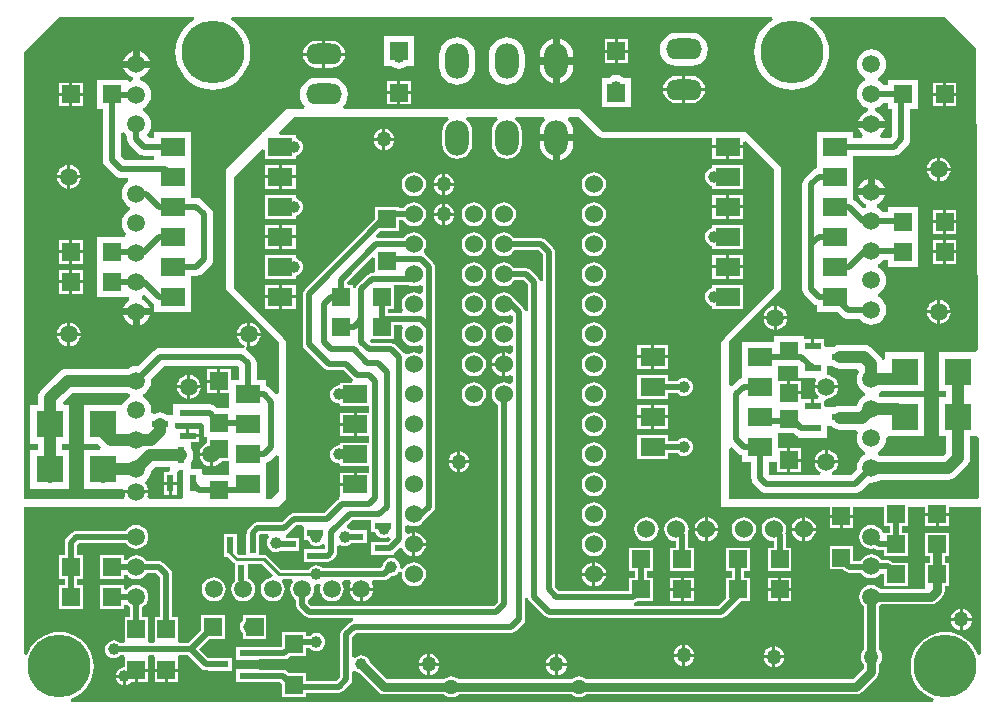
<source format=gbl>
G04 Layer_Physical_Order=2*
G04 Layer_Color=16711680*
%FSLAX25Y25*%
%MOIN*%
G70*
G01*
G75*
%ADD10R,0.05906X0.05906*%
%ADD11R,0.05906X0.05906*%
%ADD13C,0.01969*%
%ADD14C,0.02953*%
%ADD16C,0.03937*%
%ADD17O,0.12000X0.07000*%
%ADD18C,0.05906*%
%ADD19C,0.20945*%
%ADD20C,0.06000*%
%ADD21O,0.07874X0.11811*%
%ADD22C,0.03937*%
%ADD23C,0.05000*%
%ADD24R,0.05709X0.02362*%
%ADD25R,0.02362X0.05709*%
%ADD26R,0.09055X0.09055*%
%ADD27R,0.08268X0.05906*%
%ADD28C,0.01000*%
G36*
X317358Y218074D02*
X318103Y117377D01*
X317126Y116496D01*
X304862D01*
Y103504D01*
X307387D01*
Y101496D01*
X304862D01*
Y88504D01*
X307387D01*
Y83003D01*
X306328Y81943D01*
X285409D01*
X284982Y82271D01*
X284765Y82361D01*
Y83426D01*
X284982Y83516D01*
X286010Y84305D01*
X286799Y85333D01*
X287295Y86530D01*
X287464Y87815D01*
X288068Y88504D01*
X300138D01*
Y101496D01*
X291990D01*
X290984Y101628D01*
X285409D01*
X285010Y101934D01*
X284961Y102339D01*
X284928Y102955D01*
X285576Y103529D01*
X287146D01*
Y103504D01*
X300138D01*
Y116496D01*
X287146D01*
Y114144D01*
X286161Y113948D01*
X285939Y114486D01*
X285308Y115308D01*
X282808Y117808D01*
X281985Y118439D01*
X281028Y118836D01*
X280000Y118971D01*
X272126D01*
X271098Y118836D01*
X270141Y118439D01*
X269763Y118150D01*
X267303D01*
X266728Y118896D01*
Y120921D01*
X263374D01*
Y118740D01*
X262374D01*
Y120921D01*
X259921D01*
Y121811D01*
X250079D01*
Y119921D01*
X239311D01*
Y110079D01*
X239311D01*
Y109921D01*
X239311D01*
Y107887D01*
X239229Y107877D01*
X238511Y107579D01*
X237894Y107106D01*
X237894Y107106D01*
X235984Y105196D01*
X235000Y105604D01*
Y120000D01*
X252500Y137500D01*
X252500Y178288D01*
X240788Y190000D01*
X192894D01*
X185394Y197500D01*
X106584Y197500D01*
X106250Y198484D01*
X106400Y198600D01*
X107277Y199742D01*
X107828Y201072D01*
X108016Y202500D01*
X107828Y203928D01*
X107277Y205258D01*
X106400Y206400D01*
X105258Y207277D01*
X103928Y207828D01*
X102500Y208016D01*
X97500D01*
X96072Y207828D01*
X94742Y207277D01*
X93600Y206400D01*
X92723Y205258D01*
X92172Y203928D01*
X91984Y202500D01*
X92172Y201072D01*
X92723Y199742D01*
X93600Y198600D01*
X93750Y198484D01*
X93416Y197500D01*
X87500D01*
X79921Y189921D01*
X79311D01*
Y189311D01*
X67500Y177500D01*
Y137500D01*
X85000Y120000D01*
Y103104D01*
X84016Y102696D01*
X82106Y104606D01*
X81489Y105079D01*
X80771Y105377D01*
X80689Y105387D01*
Y107421D01*
X77565D01*
Y112913D01*
X77463Y113684D01*
X77166Y114402D01*
X76692Y115019D01*
X74606Y117106D01*
X74139Y117464D01*
X73989Y117579D01*
X73929Y117661D01*
X74447Y118586D01*
X74500Y118579D01*
Y122000D01*
X71079D01*
X71149Y121468D01*
X71547Y120507D01*
X72181Y119681D01*
X73007Y119047D01*
X73467Y118857D01*
X73545Y118558D01*
X73305Y117961D01*
X72788Y117940D01*
X73271Y117877D01*
Y117877D01*
X72500Y117978D01*
X45472D01*
X44702Y117877D01*
X43983Y117579D01*
X43367Y117106D01*
X43367Y117106D01*
X38164Y111904D01*
X37500Y111991D01*
X36215Y111822D01*
X35018Y111326D01*
X34591Y110998D01*
X14528D01*
X13500Y110863D01*
X12542Y110467D01*
X11720Y109836D01*
X5834Y103950D01*
X5203Y103127D01*
X4806Y102170D01*
X4671Y101142D01*
Y98996D01*
X2146D01*
Y86004D01*
X4671D01*
Y83996D01*
X2146D01*
Y71004D01*
X15138D01*
Y83996D01*
X12613D01*
Y86004D01*
X15138D01*
Y98996D01*
X13504D01*
X13096Y99980D01*
X16172Y103057D01*
X34591D01*
X35018Y102729D01*
X35235Y102639D01*
Y101574D01*
X35018Y101484D01*
X33990Y100695D01*
X33201Y99667D01*
X33123Y99478D01*
X32854Y98996D01*
X19862D01*
Y86004D01*
X24738D01*
X25762Y84980D01*
X25354Y83996D01*
X19862D01*
Y71004D01*
X32653D01*
X33318Y70500D01*
X41421D01*
X41351Y71032D01*
X40953Y71993D01*
X40319Y72819D01*
X40710Y73760D01*
X41010Y73990D01*
X41799Y75018D01*
X42295Y76215D01*
X42365Y76749D01*
X43771Y78155D01*
X48654D01*
X48799Y78010D01*
X48785Y77145D01*
X48383Y76728D01*
X46579D01*
Y73374D01*
X50941D01*
Y76319D01*
X50941Y76728D01*
X51687Y77303D01*
X53091D01*
Y68051D01*
X52335Y67500D01*
X41732D01*
X41151Y68484D01*
X41351Y68968D01*
X41421Y69500D01*
X33579D01*
X33649Y68968D01*
X33849Y68484D01*
X33268Y67500D01*
X0D01*
Y216535D01*
X11811Y228346D01*
X56572D01*
X56849Y227362D01*
X55657Y226631D01*
X54168Y225360D01*
X52896Y223871D01*
X51873Y222201D01*
X51123Y220392D01*
X50666Y218488D01*
X50513Y216535D01*
X50666Y214583D01*
X51123Y212679D01*
X51873Y210870D01*
X52896Y209200D01*
X54168Y207711D01*
X55657Y206439D01*
X57327Y205416D01*
X59136Y204667D01*
X61040Y204210D01*
X62992Y204056D01*
X64944Y204210D01*
X66848Y204667D01*
X68658Y205416D01*
X70327Y206439D01*
X71816Y207711D01*
X73088Y209200D01*
X74111Y210870D01*
X74861Y212679D01*
X75318Y214583D01*
X75472Y216535D01*
X75318Y218488D01*
X74861Y220392D01*
X74111Y222201D01*
X73088Y223871D01*
X71816Y225360D01*
X70327Y226631D01*
X69135Y227362D01*
X69412Y228346D01*
X249485D01*
X249763Y227362D01*
X248570Y226631D01*
X247081Y225360D01*
X245810Y223871D01*
X244786Y222201D01*
X244037Y220392D01*
X243580Y218488D01*
X243426Y216535D01*
X243580Y214583D01*
X244037Y212679D01*
X244786Y210870D01*
X245810Y209200D01*
X247081Y207711D01*
X248570Y206439D01*
X250240Y205416D01*
X252049Y204667D01*
X253953Y204210D01*
X255906Y204056D01*
X257858Y204210D01*
X259762Y204667D01*
X261571Y205416D01*
X263241Y206439D01*
X264730Y207711D01*
X266002Y209200D01*
X267025Y210870D01*
X267774Y212679D01*
X268231Y214583D01*
X268385Y216535D01*
X268231Y218488D01*
X267774Y220392D01*
X267025Y222201D01*
X266002Y223871D01*
X264730Y225360D01*
X263241Y226631D01*
X262048Y227362D01*
X262326Y228346D01*
X307087D01*
X317358Y218074D01*
D02*
G37*
G36*
X191475Y188581D02*
X192126Y188146D01*
X192894Y187993D01*
X229453D01*
Y185500D01*
X239721D01*
Y186494D01*
X240630Y186870D01*
X250000Y177500D01*
X250000Y137838D01*
X233581Y121419D01*
X233146Y120768D01*
X233115Y120615D01*
X232500Y120000D01*
Y65000D01*
X268547D01*
Y62390D01*
X272500D01*
Y61890D01*
D01*
Y62390D01*
X276453D01*
Y65000D01*
X286658D01*
Y58547D01*
X288587D01*
Y56453D01*
X286658D01*
X285917Y57040D01*
X285319Y57819D01*
X284493Y58453D01*
X283532Y58851D01*
X282500Y58987D01*
X281468Y58851D01*
X280507Y58453D01*
X279681Y57819D01*
X279047Y56993D01*
X278649Y56032D01*
X278513Y55000D01*
X278649Y53968D01*
X279047Y53007D01*
X279681Y52181D01*
X280507Y51547D01*
X281468Y51149D01*
X282500Y51013D01*
X283495Y51144D01*
X283569Y51069D01*
X284226Y50631D01*
X285000Y50477D01*
X286658D01*
Y48547D01*
X294563D01*
Y56453D01*
X292633D01*
Y58547D01*
X294563D01*
Y65000D01*
X300437D01*
Y63000D01*
X304390D01*
X308343D01*
Y65000D01*
X318898D01*
Y15848D01*
X317913Y15652D01*
X317340Y17036D01*
X316397Y18575D01*
X315224Y19948D01*
X313851Y21121D01*
X312311Y22065D01*
X310643Y22756D01*
X308887Y23177D01*
X307087Y23319D01*
X305286Y23177D01*
X303531Y22756D01*
X301862Y22065D01*
X300322Y21121D01*
X298949Y19948D01*
X297777Y18575D01*
X296833Y17036D01*
X296142Y15367D01*
X295720Y13611D01*
X295579Y11811D01*
X295720Y10011D01*
X296142Y8255D01*
X296833Y6587D01*
X297777Y5047D01*
X298949Y3674D01*
X300322Y2501D01*
X301862Y1557D01*
X303246Y984D01*
X303050Y0D01*
X15848D01*
X15652Y984D01*
X17036Y1557D01*
X18575Y2501D01*
X19948Y3674D01*
X21121Y5047D01*
X22065Y6587D01*
X22756Y8255D01*
X23177Y10011D01*
X23319Y11811D01*
X23177Y13611D01*
X22756Y15367D01*
X22065Y17036D01*
X21121Y18575D01*
X19948Y19948D01*
X18575Y21121D01*
X17036Y22065D01*
X15367Y22756D01*
X13611Y23177D01*
X11811Y23319D01*
X10011Y23177D01*
X8255Y22756D01*
X6587Y22065D01*
X5047Y21121D01*
X3674Y19948D01*
X2501Y18575D01*
X1557Y17036D01*
X984Y15652D01*
X0Y15848D01*
Y65000D01*
X85000D01*
X87500Y67500D01*
Y120000D01*
X86885Y120615D01*
X86854Y120768D01*
X86419Y121419D01*
X70000Y137838D01*
Y175000D01*
X79370Y184370D01*
X80279Y183994D01*
Y181047D01*
X90547D01*
Y182078D01*
X90775Y182108D01*
X91497Y182407D01*
X92117Y182883D01*
X92593Y183503D01*
X92892Y184225D01*
X92994Y185000D01*
X92892Y185775D01*
X92593Y186497D01*
X92117Y187117D01*
X91497Y187593D01*
X90775Y187892D01*
X90547Y187922D01*
Y188953D01*
X85239D01*
X84862Y189862D01*
X90000Y195000D01*
X141218D01*
X141553Y194016D01*
X140908Y193521D01*
X140117Y192490D01*
X139619Y191289D01*
X139450Y190000D01*
Y186063D01*
X139619Y184774D01*
X140117Y183573D01*
X140908Y182542D01*
X141939Y181751D01*
X143140Y181253D01*
X144429Y181083D01*
X145718Y181253D01*
X146919Y181751D01*
X147950Y182542D01*
X148742Y183573D01*
X149239Y184774D01*
X149409Y186063D01*
Y190000D01*
X149239Y191289D01*
X148742Y192490D01*
X147950Y193521D01*
X147306Y194016D01*
X147640Y195000D01*
X157754D01*
X158088Y194016D01*
X157443Y193521D01*
X156652Y192490D01*
X156155Y191289D01*
X155985Y190000D01*
Y186063D01*
X156155Y184774D01*
X156652Y183573D01*
X157443Y182542D01*
X158475Y181751D01*
X159676Y181253D01*
X160965Y181083D01*
X162253Y181253D01*
X163454Y181751D01*
X164486Y182542D01*
X165277Y183573D01*
X165775Y184774D01*
X165944Y186063D01*
Y190000D01*
X165775Y191289D01*
X165277Y192490D01*
X164486Y193521D01*
X163841Y194016D01*
X164175Y195000D01*
X173345D01*
X173679Y194016D01*
X173569Y193931D01*
X172685Y192780D01*
X172130Y191439D01*
X171941Y190000D01*
Y189213D01*
X177500D01*
X183059D01*
Y190000D01*
X182870Y191439D01*
X182315Y192780D01*
X181431Y193931D01*
X181321Y194016D01*
X181655Y195000D01*
X185056D01*
X191475Y188581D01*
D02*
G37*
G36*
X71608Y111680D02*
Y107421D01*
X68953D01*
Y110843D01*
X65500D01*
Y106890D01*
Y102937D01*
X68484D01*
Y98032D01*
X64291D01*
X63976Y98346D01*
X63359Y98819D01*
X62641Y99117D01*
X61870Y99218D01*
X59449D01*
Y99390D01*
X49803D01*
Y95650D01*
X47737D01*
X47359Y95939D01*
X46402Y96336D01*
X45374Y96471D01*
X44346Y96336D01*
X43389Y95939D01*
X42542Y96394D01*
X42391Y96634D01*
X42464Y97185D01*
X42295Y98470D01*
X41799Y99667D01*
X41010Y100695D01*
X39982Y101484D01*
X39765Y101574D01*
Y102639D01*
X39982Y102729D01*
X41010Y103518D01*
X41799Y104546D01*
X42295Y105743D01*
X42464Y107028D01*
X42376Y107692D01*
X46706Y112022D01*
X71266D01*
X71608Y111680D01*
D02*
G37*
G36*
X258051Y111851D02*
Y108110D01*
X263664D01*
X264149Y107126D01*
X264047Y106993D01*
X263649Y106032D01*
X263579Y105500D01*
X271421D01*
X271351Y106032D01*
X270953Y106993D01*
X270319Y107819D01*
X269493Y108453D01*
X268532Y108851D01*
X267697Y108961D01*
Y111850D01*
X269763D01*
X270141Y111561D01*
X271098Y111164D01*
X272126Y111029D01*
X277784D01*
X278250Y110045D01*
X278201Y109982D01*
X277705Y108785D01*
X277536Y107500D01*
X277705Y106215D01*
X278201Y105018D01*
X278990Y103990D01*
X280018Y103201D01*
X280235Y103111D01*
Y102046D01*
X280018Y101956D01*
X278990Y101167D01*
X278201Y100139D01*
X277705Y98942D01*
X277660Y98597D01*
X272126D01*
X271098Y98462D01*
X270345Y98150D01*
X267303D01*
X266728Y98896D01*
Y100122D01*
X267500Y101013D01*
X268532Y101149D01*
X269493Y101547D01*
X270319Y102181D01*
X270953Y103007D01*
X271351Y103968D01*
X271421Y104500D01*
X263579D01*
X263649Y103968D01*
X264047Y103007D01*
X264681Y102181D01*
X265040Y101906D01*
X264706Y100921D01*
X263374D01*
Y98740D01*
X262374D01*
Y100921D01*
X259020D01*
X258953Y101878D01*
Y102610D01*
X255000D01*
Y103110D01*
X254500D01*
Y107063D01*
X251516D01*
Y109921D01*
X251516D01*
Y110079D01*
X251516D01*
Y111969D01*
X257934D01*
X258051Y111851D01*
D02*
G37*
G36*
X269318Y91818D02*
X270141Y91187D01*
X271098Y90790D01*
X272126Y90655D01*
X277284D01*
X277942Y89671D01*
X277705Y89100D01*
X277536Y87815D01*
X277705Y86530D01*
X278201Y85333D01*
X278990Y84305D01*
X280018Y83516D01*
X280235Y83426D01*
Y82361D01*
X280018Y82271D01*
X278990Y81482D01*
X278201Y80454D01*
X277705Y79257D01*
X277536Y77972D01*
X277624Y77308D01*
X275794Y75478D01*
X269484D01*
X269289Y76463D01*
X269493Y76547D01*
X270319Y77181D01*
X270953Y78007D01*
X271351Y78968D01*
X271421Y79500D01*
X263579D01*
X263649Y78968D01*
X264047Y78007D01*
X264681Y77181D01*
X265507Y76547D01*
X265711Y76463D01*
X265515Y75478D01*
X248734D01*
X248392Y75820D01*
Y80079D01*
X251047D01*
Y76657D01*
X254500D01*
Y80610D01*
Y84563D01*
X251516D01*
Y89468D01*
X256713D01*
X257028Y89154D01*
X257645Y88681D01*
X258051Y88512D01*
Y88110D01*
X267697D01*
Y91850D01*
X269293D01*
X269318Y91818D01*
D02*
G37*
G36*
X59449Y93091D02*
X60079Y92367D01*
Y88189D01*
X61047D01*
Y86177D01*
X60507Y85953D01*
X59681Y85319D01*
X59047Y84493D01*
X58649Y83532D01*
X58579Y83000D01*
X62500D01*
Y82500D01*
X63000D01*
Y78579D01*
X63532Y78649D01*
X64493Y79047D01*
X65319Y79681D01*
X65899Y80437D01*
X68484D01*
Y77579D01*
X68484D01*
Y77421D01*
X68484D01*
Y75532D01*
X60079D01*
X59390Y76230D01*
Y77697D01*
X55650D01*
Y79763D01*
X55939Y80141D01*
X56336Y81098D01*
X56471Y82126D01*
X56336Y83154D01*
X55939Y84111D01*
X55650Y84489D01*
Y86579D01*
X58480D01*
Y88260D01*
X54626D01*
Y88760D01*
X54126D01*
Y90941D01*
X50772D01*
X50197Y91687D01*
Y93091D01*
X59449D01*
D02*
G37*
G36*
X317854Y88504D02*
X318323Y87714D01*
X318467Y68199D01*
X317774Y67500D01*
X235000Y67500D01*
Y84396D01*
X235984Y84804D01*
X237894Y82894D01*
X237894Y82894D01*
X238511Y82421D01*
X239229Y82123D01*
X239311Y82112D01*
Y80079D01*
X242435D01*
Y74587D01*
X242537Y73816D01*
X242834Y73097D01*
X243307Y72481D01*
X245394Y70394D01*
X246011Y69921D01*
X246729Y69623D01*
X247500Y69522D01*
X277028D01*
X277798Y69623D01*
X278517Y69921D01*
X279134Y70394D01*
X281836Y73096D01*
X282500Y73009D01*
X283785Y73178D01*
X284982Y73674D01*
X285409Y74001D01*
X307972D01*
X309000Y74137D01*
X309958Y74533D01*
X310780Y75165D01*
X314166Y78550D01*
X314797Y79373D01*
X315194Y80330D01*
X315329Y81358D01*
Y88504D01*
X317854D01*
D02*
G37*
G36*
X85000Y81896D02*
Y70000D01*
X82500Y67500D01*
X81641D01*
X80689Y67579D01*
Y77421D01*
X80689D01*
Y77579D01*
X80689D01*
Y79612D01*
X80771Y79623D01*
X81489Y79921D01*
X82106Y80394D01*
X84016Y82304D01*
X85000Y81896D01*
D02*
G37*
%LPC*%
G36*
X201453Y220843D02*
X198000D01*
Y217390D01*
X201453D01*
Y220843D01*
D02*
G37*
G36*
X197000D02*
X193547D01*
Y217390D01*
X197000D01*
Y220843D01*
D02*
G37*
G36*
X102500Y220425D02*
X100500D01*
Y216386D01*
X106973D01*
X106884Y217061D01*
X106431Y218155D01*
X105709Y219095D01*
X104769Y219817D01*
X103675Y220270D01*
X102500Y220425D01*
D02*
G37*
G36*
X99500D02*
X97500D01*
X96325Y220270D01*
X95231Y219817D01*
X94291Y219095D01*
X93569Y218155D01*
X93116Y217061D01*
X93027Y216386D01*
X99500D01*
Y220425D01*
D02*
G37*
G36*
X178681Y220994D02*
Y214803D01*
X183059D01*
Y215591D01*
X182870Y217029D01*
X182315Y218370D01*
X181431Y219522D01*
X180280Y220405D01*
X178939Y220960D01*
X178681Y220994D01*
D02*
G37*
G36*
X176319D02*
X176061Y220960D01*
X174720Y220405D01*
X173569Y219522D01*
X172685Y218370D01*
X172130Y217029D01*
X171941Y215591D01*
Y214803D01*
X176319D01*
Y220994D01*
D02*
G37*
G36*
X38681Y216911D02*
Y213681D01*
X41911D01*
X41911Y213682D01*
X41455Y214783D01*
X40729Y215729D01*
X39783Y216455D01*
X38682Y216911D01*
X38681Y216911D01*
D02*
G37*
G36*
X36319D02*
X36318Y216911D01*
X35217Y216455D01*
X34271Y215729D01*
X33545Y214783D01*
X33089Y213682D01*
X33089Y213681D01*
X36319D01*
Y216911D01*
D02*
G37*
G36*
X201453Y216390D02*
X198000D01*
Y212937D01*
X201453D01*
Y216390D01*
D02*
G37*
G36*
X197000D02*
X193547D01*
Y212937D01*
X197000D01*
Y216390D01*
D02*
G37*
G36*
X222500Y223016D02*
X217500D01*
X216072Y222828D01*
X214742Y222277D01*
X213600Y221400D01*
X212723Y220258D01*
X212172Y218928D01*
X211984Y217500D01*
X212172Y216072D01*
X212723Y214742D01*
X213600Y213600D01*
X214742Y212723D01*
X216072Y212172D01*
X217500Y211984D01*
X222500D01*
X223928Y212172D01*
X225258Y212723D01*
X226400Y213600D01*
X227277Y214742D01*
X227828Y216072D01*
X228016Y217500D01*
X227828Y218928D01*
X227277Y220258D01*
X226400Y221400D01*
X225258Y222277D01*
X223928Y222828D01*
X222500Y223016D01*
D02*
G37*
G36*
X106973Y215386D02*
X100500D01*
Y211347D01*
X102500D01*
X103675Y211502D01*
X104769Y211955D01*
X105709Y212676D01*
X106431Y213616D01*
X106884Y214711D01*
X106973Y215386D01*
D02*
G37*
G36*
X99500D02*
X93027D01*
X93116Y214711D01*
X93569Y213616D01*
X94291Y212676D01*
X95231Y211955D01*
X96325Y211502D01*
X97500Y211347D01*
X99500D01*
Y215386D01*
D02*
G37*
G36*
X129921Y221811D02*
X120079D01*
Y211968D01*
X122484D01*
X123014Y211561D01*
X123972Y211164D01*
X125000Y211029D01*
X126028Y211164D01*
X126986Y211561D01*
X127516Y211968D01*
X129921D01*
Y221811D01*
D02*
G37*
G36*
X41911Y211319D02*
X37500D01*
X33089D01*
X33089Y211318D01*
X33545Y210217D01*
X34271Y209271D01*
X35217Y208545D01*
X36218Y208130D01*
X36297Y207896D01*
X36215Y207137D01*
X35295Y206756D01*
X34311Y207220D01*
Y207421D01*
X24468D01*
Y197579D01*
X26412D01*
Y180610D01*
X26513Y179839D01*
X26811Y179121D01*
X27284Y178504D01*
X30394Y175394D01*
X31011Y174921D01*
X31729Y174623D01*
X32500Y174522D01*
X32500Y174522D01*
X34585D01*
X34736Y174224D01*
X34847Y173538D01*
X33990Y172880D01*
X33201Y171852D01*
X32705Y170655D01*
X32536Y169370D01*
X32705Y168085D01*
X33201Y166888D01*
X33990Y165860D01*
X35018Y165071D01*
X35235Y164981D01*
Y163916D01*
X35018Y163826D01*
X33990Y163037D01*
X33201Y162009D01*
X32705Y160812D01*
X32536Y159528D01*
X32705Y158243D01*
X33201Y157046D01*
X33990Y156018D01*
X34136Y155905D01*
X33802Y154921D01*
X24468D01*
Y145079D01*
X24468D01*
Y144921D01*
X24468D01*
Y135079D01*
X34311D01*
Y135079D01*
X34765Y135240D01*
X35153Y134994D01*
X35190Y134396D01*
X35097Y133863D01*
X34271Y133229D01*
X33545Y132283D01*
X33089Y131182D01*
X33089Y131181D01*
X37500D01*
X41911D01*
X41911Y131182D01*
X41455Y132283D01*
X40729Y133229D01*
X39783Y133955D01*
X39250Y134176D01*
Y135241D01*
X39982Y135544D01*
X40130Y135658D01*
X42894Y132894D01*
X42894Y132894D01*
X43484Y132441D01*
Y130079D01*
X55689D01*
Y139094D01*
X55689Y139921D01*
X55689D01*
Y140079D01*
X55689D01*
Y142022D01*
X57500D01*
X58271Y142123D01*
X58989Y142421D01*
X59606Y142894D01*
X62106Y145394D01*
X62106Y145394D01*
X62579Y146011D01*
X62877Y146729D01*
X62978Y147500D01*
Y162500D01*
X62877Y163271D01*
X62579Y163989D01*
X62106Y164606D01*
X62106Y164606D01*
X59606Y167106D01*
X58989Y167579D01*
X58271Y167877D01*
X57500Y167978D01*
X55689D01*
Y169095D01*
X55689Y169921D01*
X55689D01*
Y170079D01*
X55689D01*
Y179095D01*
X55689Y179921D01*
X55689D01*
Y180079D01*
X55689D01*
Y189921D01*
X43484D01*
Y187978D01*
X41787D01*
X41000Y188835D01*
X41010Y188990D01*
X41799Y190018D01*
X42295Y191215D01*
X42464Y192500D01*
X42295Y193785D01*
X41799Y194982D01*
X41010Y196010D01*
X39982Y196799D01*
X39765Y196889D01*
Y197954D01*
X39982Y198044D01*
X41010Y198833D01*
X41799Y199861D01*
X42295Y201058D01*
X42464Y202343D01*
X42295Y203627D01*
X41799Y204824D01*
X41010Y205852D01*
X39982Y206641D01*
X38785Y207137D01*
X38703Y207896D01*
X38782Y208130D01*
X39783Y208545D01*
X40729Y209271D01*
X41455Y210217D01*
X41911Y211318D01*
X41911Y211319D01*
D02*
G37*
G36*
X183059Y212441D02*
X178681D01*
Y206250D01*
X178939Y206284D01*
X180280Y206839D01*
X181431Y207722D01*
X182315Y208874D01*
X182870Y210215D01*
X183059Y211653D01*
Y212441D01*
D02*
G37*
G36*
X176319D02*
X171941D01*
Y211653D01*
X172130Y210215D01*
X172685Y208874D01*
X173569Y207722D01*
X174720Y206839D01*
X176061Y206284D01*
X176319Y206250D01*
Y212441D01*
D02*
G37*
G36*
X160965Y221525D02*
X159807Y221411D01*
X158694Y221073D01*
X157668Y220525D01*
X156769Y219787D01*
X156030Y218887D01*
X155482Y217861D01*
X155145Y216748D01*
X155031Y215591D01*
Y211653D01*
X155145Y210496D01*
X155482Y209383D01*
X156030Y208357D01*
X156769Y207457D01*
X157668Y206719D01*
X158694Y206171D01*
X159807Y205834D01*
X160965Y205719D01*
X162122Y205834D01*
X163235Y206171D01*
X164261Y206719D01*
X165161Y207457D01*
X165899Y208357D01*
X166447Y209383D01*
X166785Y210496D01*
X166899Y211653D01*
Y215591D01*
X166785Y216748D01*
X166447Y217861D01*
X165899Y218887D01*
X165161Y219787D01*
X164261Y220525D01*
X163235Y221073D01*
X162122Y221411D01*
X160965Y221525D01*
D02*
G37*
G36*
X144429D02*
X143272Y221411D01*
X142158Y221073D01*
X141132Y220525D01*
X140233Y219787D01*
X139495Y218887D01*
X138947Y217861D01*
X138609Y216748D01*
X138495Y215591D01*
Y211653D01*
X138609Y210496D01*
X138947Y209383D01*
X139495Y208357D01*
X140233Y207457D01*
X141132Y206719D01*
X142158Y206171D01*
X143272Y205834D01*
X144429Y205719D01*
X145587Y205834D01*
X146700Y206171D01*
X147726Y206719D01*
X148625Y207457D01*
X149363Y208357D01*
X149911Y209383D01*
X150249Y210496D01*
X150363Y211653D01*
Y215591D01*
X150249Y216748D01*
X149911Y217861D01*
X149363Y218887D01*
X148625Y219787D01*
X147726Y220525D01*
X146700Y221073D01*
X145587Y221411D01*
X144429Y221525D01*
D02*
G37*
G36*
X222500Y208653D02*
X220500D01*
Y204614D01*
X226973D01*
X226884Y205289D01*
X226431Y206384D01*
X225709Y207324D01*
X224769Y208045D01*
X223675Y208498D01*
X222500Y208653D01*
D02*
G37*
G36*
X219500D02*
X217500D01*
X216325Y208498D01*
X215231Y208045D01*
X214291Y207324D01*
X213569Y206384D01*
X213116Y205289D01*
X213027Y204614D01*
X219500D01*
Y208653D01*
D02*
G37*
G36*
X128953Y207063D02*
X125500D01*
Y203610D01*
X128953D01*
Y207063D01*
D02*
G37*
G36*
X124500D02*
X121047D01*
Y203610D01*
X124500D01*
Y207063D01*
D02*
G37*
G36*
X310842Y206453D02*
X307390D01*
Y203000D01*
X310842D01*
Y206453D01*
D02*
G37*
G36*
X19563D02*
X16110D01*
Y203000D01*
X19563D01*
Y206453D01*
D02*
G37*
G36*
X15110D02*
X11658D01*
Y203000D01*
X15110D01*
Y206453D01*
D02*
G37*
G36*
X306390D02*
X302937D01*
Y203000D01*
X306390D01*
Y206453D01*
D02*
G37*
G36*
X226973Y203614D02*
X220500D01*
Y199575D01*
X222500D01*
X223675Y199730D01*
X224769Y200183D01*
X225709Y200905D01*
X226431Y201845D01*
X226884Y202939D01*
X226973Y203614D01*
D02*
G37*
G36*
X219500D02*
X213027D01*
X213116Y202939D01*
X213569Y201845D01*
X214291Y200905D01*
X215231Y200183D01*
X216325Y199730D01*
X217500Y199575D01*
X219500D01*
Y203614D01*
D02*
G37*
G36*
X128953Y202610D02*
X125500D01*
Y199158D01*
X128953D01*
Y202610D01*
D02*
G37*
G36*
X124500D02*
X121047D01*
Y199158D01*
X124500D01*
Y202610D01*
D02*
G37*
G36*
X310842Y202000D02*
X307390D01*
Y198547D01*
X310842D01*
Y202000D01*
D02*
G37*
G36*
X306390D02*
X302937D01*
Y198547D01*
X306390D01*
Y202000D01*
D02*
G37*
G36*
X19563D02*
X16110D01*
Y198547D01*
X19563D01*
Y202000D01*
D02*
G37*
G36*
X15110D02*
X11658D01*
Y198547D01*
X15110D01*
Y202000D01*
D02*
G37*
G36*
X197500Y208971D02*
X196472Y208836D01*
X195515Y208439D01*
X194983Y208032D01*
X192579D01*
Y198189D01*
X202421D01*
Y208032D01*
X200016D01*
X199486Y208439D01*
X198528Y208836D01*
X197500Y208971D01*
D02*
G37*
G36*
X282500Y217464D02*
X281215Y217295D01*
X280018Y216799D01*
X278990Y216010D01*
X278201Y214982D01*
X277705Y213785D01*
X277536Y212500D01*
X277705Y211215D01*
X278201Y210018D01*
X278990Y208990D01*
X280018Y208201D01*
X280235Y208111D01*
Y207046D01*
X280018Y206956D01*
X278990Y206167D01*
X278201Y205139D01*
X277705Y203942D01*
X277536Y202658D01*
X277705Y201373D01*
X278201Y200176D01*
X278990Y199148D01*
X280018Y198359D01*
X281215Y197863D01*
X281297Y197104D01*
X281218Y196870D01*
X280217Y196455D01*
X279271Y195729D01*
X278545Y194783D01*
X278089Y193682D01*
X278089Y193681D01*
X282500D01*
X286911D01*
X286911Y193682D01*
X286455Y194783D01*
X285729Y195729D01*
X284783Y196455D01*
X283782Y196870D01*
X283703Y197104D01*
X283785Y197863D01*
X284982Y198359D01*
X286010Y199148D01*
X286418Y199679D01*
X288189D01*
Y197579D01*
X289522D01*
Y188734D01*
X288766Y187978D01*
X285661D01*
X285327Y188962D01*
X285729Y189271D01*
X286455Y190217D01*
X286911Y191318D01*
X286911Y191319D01*
X282500D01*
X278089D01*
X278089Y191318D01*
X278545Y190217D01*
X279271Y189271D01*
X279673Y188962D01*
X279339Y187978D01*
X276516D01*
Y189921D01*
X264311D01*
Y180905D01*
X264311Y180079D01*
X264311Y179095D01*
Y177887D01*
X264229Y177877D01*
X263511Y177579D01*
X262894Y177106D01*
X262894Y177106D01*
X260394Y174606D01*
X259921Y173989D01*
X259623Y173271D01*
X259522Y172500D01*
Y152500D01*
Y137500D01*
X259623Y136729D01*
X259921Y136011D01*
X260394Y135394D01*
X262894Y132894D01*
X262894Y132894D01*
X263511Y132421D01*
X264229Y132123D01*
X264311Y132113D01*
Y130079D01*
X271123D01*
X272677Y128524D01*
X272677Y128524D01*
X273294Y128051D01*
X274013Y127753D01*
X274783Y127652D01*
X274784Y127652D01*
X278582D01*
X278990Y127120D01*
X280018Y126331D01*
X281215Y125835D01*
X282500Y125666D01*
X283785Y125835D01*
X284982Y126331D01*
X286010Y127120D01*
X286799Y128148D01*
X287295Y129345D01*
X287464Y130630D01*
X287295Y131915D01*
X286799Y133112D01*
X286010Y134140D01*
X284982Y134929D01*
X284765Y135019D01*
Y136084D01*
X284982Y136174D01*
X286010Y136963D01*
X286799Y137991D01*
X287295Y139188D01*
X287464Y140472D01*
X287295Y141757D01*
X286799Y142954D01*
X286010Y143982D01*
X284982Y144771D01*
X284765Y144861D01*
Y145926D01*
X284982Y146016D01*
X286010Y146805D01*
X286418Y147337D01*
X288189D01*
Y145079D01*
X298031D01*
Y154921D01*
X298031D01*
Y155079D01*
X298031D01*
Y164921D01*
X288189D01*
Y163136D01*
X286418D01*
X286010Y163667D01*
X284982Y164456D01*
X284250Y164759D01*
Y165824D01*
X284783Y166045D01*
X285729Y166771D01*
X286455Y167717D01*
X286911Y168818D01*
X286911Y168819D01*
X282500D01*
X278089D01*
X278089Y168818D01*
X278545Y167717D01*
X279271Y166771D01*
X280217Y166045D01*
X280750Y165824D01*
Y164759D01*
X280018Y164456D01*
X279870Y164342D01*
X277106Y167106D01*
X276516Y167559D01*
Y169921D01*
X276516D01*
Y170079D01*
X276516D01*
Y179095D01*
X276516Y179921D01*
X276516Y180905D01*
Y182022D01*
X290000D01*
X290771Y182123D01*
X291489Y182421D01*
X292106Y182894D01*
X294606Y185394D01*
X294606Y185394D01*
X295079Y186011D01*
X295377Y186729D01*
X295478Y187500D01*
Y197579D01*
X298031D01*
Y207421D01*
X288189D01*
Y205636D01*
X286418D01*
X286010Y206167D01*
X284982Y206956D01*
X284765Y207046D01*
Y208111D01*
X284982Y208201D01*
X286010Y208990D01*
X286799Y210018D01*
X287295Y211215D01*
X287464Y212500D01*
X287295Y213785D01*
X286799Y214982D01*
X286010Y216010D01*
X284982Y216799D01*
X283785Y217295D01*
X282500Y217464D01*
D02*
G37*
G36*
X305500Y181421D02*
Y178000D01*
X308921D01*
X308851Y178532D01*
X308453Y179493D01*
X307819Y180319D01*
X306993Y180953D01*
X306032Y181351D01*
X305500Y181421D01*
D02*
G37*
G36*
X304500D02*
X303968Y181351D01*
X303007Y180953D01*
X302181Y180319D01*
X301547Y179493D01*
X301149Y178532D01*
X301079Y178000D01*
X304500D01*
Y181421D01*
D02*
G37*
G36*
X15500Y178921D02*
Y175500D01*
X18921D01*
X18851Y176032D01*
X18453Y176993D01*
X17819Y177819D01*
X16993Y178453D01*
X16032Y178851D01*
X15500Y178921D01*
D02*
G37*
G36*
X14500D02*
X13968Y178851D01*
X13007Y178453D01*
X12181Y177819D01*
X11547Y176993D01*
X11149Y176032D01*
X11079Y175500D01*
X14500D01*
Y178921D01*
D02*
G37*
G36*
X308921Y177000D02*
X305500D01*
Y173579D01*
X306032Y173649D01*
X306993Y174047D01*
X307819Y174681D01*
X308453Y175507D01*
X308851Y176468D01*
X308921Y177000D01*
D02*
G37*
G36*
X304500D02*
X301079D01*
X301149Y176468D01*
X301547Y175507D01*
X302181Y174681D01*
X303007Y174047D01*
X303968Y173649D01*
X304500Y173579D01*
Y177000D01*
D02*
G37*
G36*
X283681Y174411D02*
Y171181D01*
X286911D01*
X286911Y171182D01*
X286455Y172283D01*
X285729Y173229D01*
X284783Y173955D01*
X283682Y174411D01*
X283681Y174411D01*
D02*
G37*
G36*
X281319D02*
X281318Y174411D01*
X280217Y173955D01*
X279271Y173229D01*
X278545Y172283D01*
X278089Y171182D01*
X278089Y171181D01*
X281319D01*
Y174411D01*
D02*
G37*
G36*
X18921Y174500D02*
X15500D01*
Y171079D01*
X16032Y171149D01*
X16993Y171547D01*
X17819Y172181D01*
X18453Y173007D01*
X18851Y173968D01*
X18921Y174500D01*
D02*
G37*
G36*
X14500D02*
X11079D01*
X11149Y173968D01*
X11547Y173007D01*
X12181Y172181D01*
X13007Y171547D01*
X13968Y171149D01*
X14500Y171079D01*
Y174500D01*
D02*
G37*
G36*
X310842Y163953D02*
X307390D01*
Y160500D01*
X310842D01*
Y163953D01*
D02*
G37*
G36*
X306390D02*
X302937D01*
Y160500D01*
X306390D01*
Y163953D01*
D02*
G37*
G36*
X310842Y159500D02*
X307390D01*
Y156047D01*
X310842D01*
Y159500D01*
D02*
G37*
G36*
X306390D02*
X302937D01*
Y156047D01*
X306390D01*
Y159500D01*
D02*
G37*
G36*
X310842Y153953D02*
X307390D01*
Y150500D01*
X310842D01*
Y153953D01*
D02*
G37*
G36*
X19563D02*
X16110D01*
Y150500D01*
X19563D01*
Y153953D01*
D02*
G37*
G36*
X15110D02*
X11658D01*
Y150500D01*
X15110D01*
Y153953D01*
D02*
G37*
G36*
X306390D02*
X302937D01*
Y150500D01*
X306390D01*
Y153953D01*
D02*
G37*
G36*
X310842Y149500D02*
X307390D01*
Y146047D01*
X310842D01*
Y149500D01*
D02*
G37*
G36*
X306390D02*
X302937D01*
Y146047D01*
X306390D01*
Y149500D01*
D02*
G37*
G36*
X19563D02*
X16110D01*
Y146047D01*
X19563D01*
Y149500D01*
D02*
G37*
G36*
X15110D02*
X11658D01*
Y146047D01*
X15110D01*
Y149500D01*
D02*
G37*
G36*
X19563Y143953D02*
X16110D01*
Y140500D01*
X19563D01*
Y143953D01*
D02*
G37*
G36*
X15110D02*
X11658D01*
Y140500D01*
X15110D01*
Y143953D01*
D02*
G37*
G36*
X19563Y139500D02*
X16110D01*
Y136047D01*
X19563D01*
Y139500D01*
D02*
G37*
G36*
X15110D02*
X11658D01*
Y136047D01*
X15110D01*
Y139500D01*
D02*
G37*
G36*
X305500Y133921D02*
Y130500D01*
X308921D01*
X308851Y131032D01*
X308453Y131993D01*
X307819Y132819D01*
X306993Y133453D01*
X306032Y133851D01*
X305500Y133921D01*
D02*
G37*
G36*
X304500D02*
X303968Y133851D01*
X303007Y133453D01*
X302181Y132819D01*
X301547Y131993D01*
X301149Y131032D01*
X301079Y130500D01*
X304500D01*
Y133921D01*
D02*
G37*
G36*
X251000Y131921D02*
Y128500D01*
X254421D01*
X254351Y129032D01*
X253953Y129993D01*
X253319Y130819D01*
X252493Y131453D01*
X251532Y131851D01*
X251000Y131921D01*
D02*
G37*
G36*
X250000D02*
X249468Y131851D01*
X248507Y131453D01*
X247681Y130819D01*
X247047Y129993D01*
X246649Y129032D01*
X246579Y128500D01*
X250000D01*
Y131921D01*
D02*
G37*
G36*
X308921Y129500D02*
X305500D01*
Y126079D01*
X306032Y126149D01*
X306993Y126547D01*
X307819Y127181D01*
X308453Y128007D01*
X308851Y128968D01*
X308921Y129500D01*
D02*
G37*
G36*
X304500D02*
X301079D01*
X301149Y128968D01*
X301547Y128007D01*
X302181Y127181D01*
X303007Y126547D01*
X303968Y126149D01*
X304500Y126079D01*
Y129500D01*
D02*
G37*
G36*
X41911Y128819D02*
X38681D01*
Y125589D01*
X38682Y125589D01*
X39783Y126045D01*
X40729Y126771D01*
X41455Y127717D01*
X41911Y128818D01*
X41911Y128819D01*
D02*
G37*
G36*
X36319D02*
X33089D01*
X33089Y128818D01*
X33545Y127717D01*
X34271Y126771D01*
X35217Y126045D01*
X36318Y125589D01*
X36319Y125589D01*
Y128819D01*
D02*
G37*
G36*
X254421Y127500D02*
X251000D01*
Y124079D01*
X251532Y124149D01*
X252493Y124547D01*
X253319Y125181D01*
X253953Y126007D01*
X254351Y126968D01*
X254421Y127500D01*
D02*
G37*
G36*
X250000D02*
X246579D01*
X246649Y126968D01*
X247047Y126007D01*
X247681Y125181D01*
X248507Y124547D01*
X249468Y124149D01*
X250000Y124079D01*
Y127500D01*
D02*
G37*
G36*
X75500Y126421D02*
Y123000D01*
X78921D01*
X78851Y123532D01*
X78453Y124493D01*
X77819Y125319D01*
X76993Y125953D01*
X76032Y126351D01*
X75500Y126421D01*
D02*
G37*
G36*
X74500D02*
X73968Y126351D01*
X73007Y125953D01*
X72181Y125319D01*
X71547Y124493D01*
X71149Y123532D01*
X71079Y123000D01*
X74500D01*
Y126421D01*
D02*
G37*
G36*
X15500D02*
Y123000D01*
X18921D01*
X18851Y123532D01*
X18453Y124493D01*
X17819Y125319D01*
X16993Y125953D01*
X16032Y126351D01*
X15500Y126421D01*
D02*
G37*
G36*
X14500D02*
X13968Y126351D01*
X13007Y125953D01*
X12181Y125319D01*
X11547Y124493D01*
X11149Y123532D01*
X11079Y123000D01*
X14500D01*
Y126421D01*
D02*
G37*
G36*
X78921Y122000D02*
X75500D01*
Y118579D01*
X76032Y118649D01*
X76993Y119047D01*
X77819Y119681D01*
X78453Y120507D01*
X78851Y121468D01*
X78921Y122000D01*
D02*
G37*
G36*
X18921D02*
X15500D01*
Y118579D01*
X16032Y118649D01*
X16993Y119047D01*
X17819Y119681D01*
X18453Y120507D01*
X18851Y121468D01*
X18921Y122000D01*
D02*
G37*
G36*
X14500D02*
X11079D01*
X11149Y121468D01*
X11547Y120507D01*
X12181Y119681D01*
X13007Y119047D01*
X13968Y118649D01*
X14500Y118579D01*
Y122000D01*
D02*
G37*
G36*
X50941Y72374D02*
X49260D01*
Y69020D01*
X50941D01*
Y72374D01*
D02*
G37*
G36*
X48260D02*
X46579D01*
Y69020D01*
X48260D01*
Y72374D01*
D02*
G37*
%LPD*%
G36*
X33990Y188990D02*
X34522Y188582D01*
Y187500D01*
X34623Y186729D01*
X34921Y186011D01*
X35394Y185394D01*
X37894Y182894D01*
X37894Y182894D01*
X38511Y182421D01*
X39229Y182123D01*
X40000Y182022D01*
X43484D01*
Y180478D01*
X33734D01*
X32368Y181844D01*
Y189566D01*
X32516Y189646D01*
X33352Y189821D01*
X33990Y188990D01*
D02*
G37*
%LPC*%
G36*
X120500Y190964D02*
Y188000D01*
X123464D01*
X123410Y188414D01*
X123057Y189265D01*
X122496Y189996D01*
X121765Y190557D01*
X120914Y190910D01*
X120500Y190964D01*
D02*
G37*
G36*
X119500D02*
X119086Y190910D01*
X118235Y190557D01*
X117504Y189996D01*
X116943Y189265D01*
X116590Y188414D01*
X116536Y188000D01*
X119500D01*
Y190964D01*
D02*
G37*
G36*
X123464Y187000D02*
X120500D01*
Y184036D01*
X120914Y184090D01*
X121765Y184443D01*
X122496Y185004D01*
X123057Y185735D01*
X123410Y186586D01*
X123464Y187000D01*
D02*
G37*
G36*
X119500D02*
X116536D01*
X116590Y186586D01*
X116943Y185735D01*
X117504Y185004D01*
X118235Y184443D01*
X119086Y184090D01*
X119500Y184036D01*
Y187000D01*
D02*
G37*
G36*
X239721Y184500D02*
X235087D01*
Y181047D01*
X239721D01*
Y184500D01*
D02*
G37*
G36*
X234087D02*
X229453D01*
Y181047D01*
X234087D01*
Y184500D01*
D02*
G37*
G36*
X183059Y186850D02*
X178681D01*
Y180659D01*
X178939Y180693D01*
X180280Y181248D01*
X181431Y182132D01*
X182315Y183283D01*
X182870Y184624D01*
X183059Y186063D01*
Y186850D01*
D02*
G37*
G36*
X176319D02*
X171941D01*
Y186063D01*
X172130Y184624D01*
X172685Y183283D01*
X173569Y182132D01*
X174720Y181248D01*
X176061Y180693D01*
X176319Y180659D01*
Y186850D01*
D02*
G37*
G36*
X90547Y178953D02*
X85913D01*
Y175500D01*
X90547D01*
Y178953D01*
D02*
G37*
G36*
X84913D02*
X80279D01*
Y175500D01*
X84913D01*
Y178953D01*
D02*
G37*
G36*
X140500Y175964D02*
Y173000D01*
X143464D01*
X143410Y173414D01*
X143057Y174265D01*
X142496Y174996D01*
X141765Y175557D01*
X140914Y175910D01*
X140500Y175964D01*
D02*
G37*
G36*
X139500D02*
X139086Y175910D01*
X138235Y175557D01*
X137504Y174996D01*
X136943Y174265D01*
X136590Y173414D01*
X136536Y173000D01*
X139500D01*
Y175964D01*
D02*
G37*
G36*
X239721Y178953D02*
X229453D01*
Y177922D01*
X229225Y177892D01*
X228503Y177593D01*
X227883Y177117D01*
X227407Y176497D01*
X227108Y175775D01*
X227006Y175000D01*
X227108Y174225D01*
X227407Y173503D01*
X227883Y172883D01*
X228503Y172407D01*
X229225Y172108D01*
X229453Y172078D01*
Y171047D01*
X239721D01*
Y178953D01*
D02*
G37*
G36*
X90547Y174500D02*
X85913D01*
Y171047D01*
X90547D01*
Y174500D01*
D02*
G37*
G36*
X84913D02*
X80279D01*
Y171047D01*
X84913D01*
Y174500D01*
D02*
G37*
G36*
X143464Y172000D02*
X140500D01*
Y169036D01*
X140914Y169090D01*
X141765Y169443D01*
X142496Y170004D01*
X143057Y170735D01*
X143410Y171586D01*
X143464Y172000D01*
D02*
G37*
G36*
X139500D02*
X136536D01*
X136590Y171586D01*
X136943Y170735D01*
X137504Y170004D01*
X138235Y169443D01*
X139086Y169090D01*
X139500Y169036D01*
Y172000D01*
D02*
G37*
G36*
X190000Y176534D02*
X188956Y176397D01*
X187983Y175994D01*
X187147Y175353D01*
X186506Y174517D01*
X186103Y173544D01*
X185966Y172500D01*
X186103Y171456D01*
X186506Y170483D01*
X187147Y169647D01*
X187983Y169006D01*
X188956Y168603D01*
X190000Y168465D01*
X191044Y168603D01*
X192017Y169006D01*
X192853Y169647D01*
X193494Y170483D01*
X193897Y171456D01*
X194035Y172500D01*
X193897Y173544D01*
X193494Y174517D01*
X192853Y175353D01*
X192017Y175994D01*
X191044Y176397D01*
X190000Y176534D01*
D02*
G37*
G36*
X130000D02*
X128956Y176397D01*
X127983Y175994D01*
X127147Y175353D01*
X126506Y174517D01*
X126103Y173544D01*
X125965Y172500D01*
X126103Y171456D01*
X126506Y170483D01*
X127147Y169647D01*
X127983Y169006D01*
X128956Y168603D01*
X130000Y168465D01*
X131044Y168603D01*
X132017Y169006D01*
X132853Y169647D01*
X133494Y170483D01*
X133897Y171456D01*
X134035Y172500D01*
X133897Y173544D01*
X133494Y174517D01*
X132853Y175353D01*
X132017Y175994D01*
X131044Y176397D01*
X130000Y176534D01*
D02*
G37*
G36*
X239721Y168953D02*
X235087D01*
Y165500D01*
X239721D01*
Y168953D01*
D02*
G37*
G36*
X234087D02*
X229453D01*
Y165500D01*
X234087D01*
Y168953D01*
D02*
G37*
G36*
X130000Y166534D02*
X128956Y166397D01*
X127983Y165994D01*
X127147Y165353D01*
X126511Y164523D01*
X124953D01*
Y164842D01*
X117047D01*
Y160908D01*
X93569Y137431D01*
X93131Y136774D01*
X92977Y136000D01*
Y119150D01*
X93131Y118375D01*
X93569Y117719D01*
X100219Y111069D01*
X100875Y110631D01*
X101650Y110477D01*
X106662D01*
X109569Y107569D01*
X109768Y107437D01*
X109469Y106453D01*
X105280D01*
Y105739D01*
X105000Y105494D01*
X104225Y105392D01*
X103503Y105093D01*
X102883Y104617D01*
X102407Y103997D01*
X102108Y103275D01*
X102006Y102500D01*
X102108Y101725D01*
X102407Y101003D01*
X102883Y100383D01*
X103503Y99907D01*
X104225Y99608D01*
X105000Y99506D01*
X105280Y99261D01*
Y98547D01*
X114977D01*
Y96453D01*
X110913D01*
Y92500D01*
Y88547D01*
X114977D01*
Y86453D01*
X105280D01*
Y85739D01*
X105000Y85494D01*
X104225Y85392D01*
X103503Y85093D01*
X102883Y84617D01*
X102407Y83997D01*
X102108Y83275D01*
X102006Y82500D01*
X102108Y81725D01*
X102407Y81003D01*
X102883Y80383D01*
X103503Y79907D01*
X104225Y79608D01*
X105000Y79506D01*
X105280Y79261D01*
Y78547D01*
X114977D01*
Y76453D01*
X110913D01*
Y72500D01*
X110413D01*
Y72000D01*
X105280D01*
Y68547D01*
X105280D01*
X104964Y67694D01*
X104569Y67431D01*
X100162Y63023D01*
X90000D01*
X89226Y62869D01*
X88569Y62431D01*
X85982Y59843D01*
X77800D01*
X77026Y59689D01*
X76370Y59250D01*
X74810Y57690D01*
X74371Y57034D01*
X74217Y56260D01*
Y55980D01*
X74059D01*
Y49029D01*
X71633D01*
X70941Y49722D01*
Y55980D01*
X66579D01*
Y48272D01*
X68066D01*
X69919Y46419D01*
X70319Y46151D01*
Y40325D01*
X70311Y40319D01*
X69677Y39493D01*
X69279Y38532D01*
X69143Y37500D01*
X69279Y36468D01*
X69677Y35507D01*
X70311Y34681D01*
X71136Y34047D01*
X72098Y33649D01*
X73130Y33513D01*
X74162Y33649D01*
X75123Y34047D01*
X75949Y34681D01*
X76583Y35507D01*
X76981Y36468D01*
X77117Y37500D01*
X76981Y38532D01*
X76583Y39493D01*
X75949Y40319D01*
X75123Y40953D01*
X74681Y41136D01*
Y45971D01*
X79366D01*
X82886Y42452D01*
X82518Y41427D01*
X81941Y41351D01*
X80979Y40953D01*
X80153Y40319D01*
X79520Y39493D01*
X79121Y38532D01*
X78986Y37500D01*
X79121Y36468D01*
X79520Y35507D01*
X80153Y34681D01*
X80979Y34047D01*
X81941Y33649D01*
X82972Y33513D01*
X84004Y33649D01*
X84966Y34047D01*
X85792Y34681D01*
X86425Y35507D01*
X86823Y36468D01*
X86959Y37500D01*
X86823Y38532D01*
X86425Y39493D01*
X86047Y39986D01*
X86482Y40971D01*
X89306D01*
X89741Y39986D01*
X89362Y39493D01*
X88964Y38532D01*
X88828Y37500D01*
X88964Y36468D01*
X89362Y35507D01*
X89996Y34681D01*
X90792Y34070D01*
Y32185D01*
X90946Y31411D01*
X91384Y30755D01*
X93569Y28569D01*
X94226Y28131D01*
X95000Y27977D01*
X109750D01*
X109847Y26993D01*
X109226Y26869D01*
X108569Y26431D01*
X106069Y23931D01*
X105631Y23274D01*
X105477Y22500D01*
Y8338D01*
X104162Y7023D01*
X93953D01*
Y9563D01*
X88298D01*
X87671Y10190D01*
X87014Y10629D01*
X86240Y10783D01*
X78480D01*
Y10941D01*
X70772D01*
Y6579D01*
X78480D01*
Y6737D01*
X85402D01*
X86047Y6092D01*
Y1657D01*
X93953D01*
Y2977D01*
X105000D01*
X105774Y3131D01*
X106431Y3569D01*
X108931Y6069D01*
X109369Y6726D01*
X109523Y7500D01*
Y9886D01*
X110014Y10170D01*
X110507Y10287D01*
X111003Y9907D01*
X111725Y9608D01*
X111836Y9593D01*
X118215Y3215D01*
X119034Y2667D01*
X120000Y2475D01*
X140041D01*
X140735Y1943D01*
X141586Y1590D01*
X142500Y1470D01*
X143414Y1590D01*
X144265Y1943D01*
X144959Y2475D01*
X182541D01*
X183235Y1943D01*
X184086Y1590D01*
X185000Y1470D01*
X185914Y1590D01*
X186765Y1943D01*
X187459Y2475D01*
X277500D01*
X278466Y2667D01*
X279285Y3215D01*
X284285Y8215D01*
X284833Y9034D01*
X285025Y10000D01*
Y12541D01*
X285557Y13235D01*
X285910Y14086D01*
X286030Y15000D01*
X285910Y15914D01*
X285557Y16765D01*
X285025Y17459D01*
Y31955D01*
X285319Y32181D01*
X285545Y32475D01*
X302500D01*
X303466Y32667D01*
X304285Y33215D01*
X306175Y35104D01*
X306722Y35923D01*
X306915Y36890D01*
Y38547D01*
X308343D01*
Y46453D01*
X306915D01*
Y48547D01*
X308343D01*
Y56453D01*
X300437D01*
Y48547D01*
X301865D01*
Y46453D01*
X300437D01*
Y38547D01*
X300437D01*
X300468Y37563D01*
X300443Y37525D01*
X285545D01*
X285319Y37819D01*
X284493Y38453D01*
X283532Y38851D01*
X282500Y38987D01*
X281468Y38851D01*
X280507Y38453D01*
X279681Y37819D01*
X279047Y36993D01*
X278649Y36032D01*
X278513Y35000D01*
X278649Y33968D01*
X279047Y33007D01*
X279681Y32181D01*
X279975Y31955D01*
Y17459D01*
X279443Y16765D01*
X279090Y15914D01*
X278970Y15000D01*
X279090Y14086D01*
X279443Y13235D01*
X279975Y12541D01*
Y11046D01*
X276454Y7525D01*
X187459D01*
X186765Y8057D01*
X185914Y8410D01*
X185000Y8530D01*
X184086Y8410D01*
X183235Y8057D01*
X182541Y7525D01*
X144959D01*
X144265Y8057D01*
X143414Y8410D01*
X142500Y8530D01*
X141586Y8410D01*
X140735Y8057D01*
X140041Y7525D01*
X121046D01*
X115407Y13164D01*
X115392Y13275D01*
X115093Y13997D01*
X114617Y14617D01*
X113997Y15093D01*
X113275Y15392D01*
X112500Y15494D01*
X111725Y15392D01*
X111003Y15093D01*
X110507Y14713D01*
X110014Y14830D01*
X109523Y15114D01*
Y21662D01*
X110838Y22977D01*
X162500D01*
X163274Y23131D01*
X163931Y23569D01*
X166431Y26069D01*
X166869Y26726D01*
X167023Y27500D01*
Y34750D01*
X168007Y34847D01*
X168131Y34226D01*
X168569Y33569D01*
X173569Y28569D01*
X174226Y28131D01*
X175000Y27977D01*
X232500D01*
X233274Y28131D01*
X233931Y28569D01*
X238908Y33547D01*
X242063D01*
Y41453D01*
X240133D01*
Y43547D01*
X242063D01*
Y51453D01*
X234157D01*
Y43547D01*
X236087D01*
Y41453D01*
X234157D01*
Y34519D01*
X231662Y32023D01*
X203361D01*
X203263Y33007D01*
X203885Y33131D01*
X204508Y33547D01*
X209563D01*
Y41453D01*
X207633D01*
Y43547D01*
X209563D01*
Y51453D01*
X201658D01*
Y43547D01*
X203587D01*
Y41453D01*
X201658D01*
Y37023D01*
X178338D01*
X177023Y38338D01*
Y150000D01*
X176869Y150774D01*
X176431Y151431D01*
X173931Y153931D01*
X173274Y154369D01*
X172500Y154523D01*
X163489D01*
X162853Y155353D01*
X162017Y155994D01*
X161044Y156397D01*
X160000Y156535D01*
X158956Y156397D01*
X157983Y155994D01*
X157147Y155353D01*
X156506Y154517D01*
X156103Y153544D01*
X155965Y152500D01*
X156103Y151456D01*
X156506Y150483D01*
X157147Y149647D01*
X157983Y149006D01*
X158956Y148603D01*
X160000Y148466D01*
X161044Y148603D01*
X162017Y149006D01*
X162853Y149647D01*
X163489Y150477D01*
X171662D01*
X172977Y149162D01*
Y140250D01*
X171993Y140153D01*
X171869Y140774D01*
X171431Y141431D01*
X168931Y143931D01*
X168274Y144369D01*
X167500Y144523D01*
X163489D01*
X162853Y145353D01*
X162017Y145994D01*
X161044Y146397D01*
X160000Y146535D01*
X158956Y146397D01*
X157983Y145994D01*
X157147Y145353D01*
X156506Y144517D01*
X156103Y143544D01*
X155965Y142500D01*
X156103Y141456D01*
X156506Y140483D01*
X157147Y139647D01*
X157983Y139006D01*
X158956Y138603D01*
X160000Y138465D01*
X161044Y138603D01*
X162017Y139006D01*
X162853Y139647D01*
X163489Y140477D01*
X166662D01*
X167977Y139162D01*
Y130250D01*
X166993Y130153D01*
X166869Y130774D01*
X166431Y131431D01*
X163931Y133931D01*
X163663Y134109D01*
X163494Y134517D01*
X162853Y135353D01*
X162017Y135994D01*
X161044Y136397D01*
X160000Y136535D01*
X158956Y136397D01*
X157983Y135994D01*
X157147Y135353D01*
X156506Y134517D01*
X156103Y133544D01*
X155965Y132500D01*
X156103Y131456D01*
X156506Y130483D01*
X157147Y129647D01*
X157983Y129006D01*
X158956Y128603D01*
X160000Y128465D01*
X161044Y128603D01*
X162017Y129006D01*
X162977Y128502D01*
Y126498D01*
X162017Y125994D01*
X161044Y126397D01*
X160000Y126534D01*
X158956Y126397D01*
X157983Y125994D01*
X157147Y125353D01*
X156506Y124517D01*
X156103Y123544D01*
X155965Y122500D01*
X156103Y121456D01*
X156506Y120483D01*
X157147Y119647D01*
X157983Y119006D01*
X158956Y118603D01*
X160000Y118465D01*
X161044Y118603D01*
X162017Y119006D01*
X162977Y118502D01*
Y116498D01*
X162017Y115994D01*
X161044Y116397D01*
X160500Y116469D01*
Y112500D01*
Y108531D01*
X161044Y108603D01*
X162017Y109006D01*
X162977Y108502D01*
Y106498D01*
X162017Y105994D01*
X161044Y106397D01*
X160000Y106535D01*
X158956Y106397D01*
X157983Y105994D01*
X157147Y105353D01*
X156506Y104517D01*
X156103Y103544D01*
X155965Y102500D01*
X156103Y101456D01*
X156506Y100483D01*
X157147Y99647D01*
X157977Y99010D01*
Y33338D01*
X156662Y32023D01*
X95838D01*
X94838Y33023D01*
Y34070D01*
X95634Y34681D01*
X96268Y35507D01*
X96666Y36468D01*
X96802Y37500D01*
X96666Y38532D01*
X96626Y38628D01*
X97235Y39421D01*
X98261Y39534D01*
X98461Y39379D01*
X98922Y38811D01*
X98807Y38532D01*
X98671Y37500D01*
X98807Y36468D01*
X99205Y35507D01*
X99838Y34681D01*
X100664Y34047D01*
X101626Y33649D01*
X102657Y33513D01*
X103689Y33649D01*
X104651Y34047D01*
X105477Y34681D01*
X106110Y35507D01*
X106509Y36468D01*
X106644Y37500D01*
X106509Y38532D01*
X106110Y39493D01*
X106596Y40477D01*
X108561D01*
X109047Y39493D01*
X108649Y38532D01*
X108579Y38000D01*
X112500D01*
X116421D01*
X116351Y38532D01*
X115953Y39493D01*
X116439Y40477D01*
X120000D01*
X120774Y40631D01*
X121431Y41069D01*
X122382Y42021D01*
X122500Y42006D01*
X123275Y42108D01*
X123997Y42407D01*
X124617Y42883D01*
X125093Y43503D01*
X125110Y43545D01*
X126069Y43288D01*
X125965Y42500D01*
X126103Y41456D01*
X126506Y40483D01*
X127147Y39647D01*
X127983Y39006D01*
X128956Y38603D01*
X130000Y38465D01*
X131044Y38603D01*
X132017Y39006D01*
X132853Y39647D01*
X133494Y40483D01*
X133897Y41456D01*
X134035Y42500D01*
X133897Y43544D01*
X133494Y44517D01*
X132853Y45353D01*
X132017Y45994D01*
X131044Y46397D01*
X130000Y46534D01*
X128956Y46397D01*
X127983Y45994D01*
X127147Y45353D01*
X126506Y44517D01*
X126385Y44225D01*
X125426Y44482D01*
X125494Y45000D01*
X125392Y45775D01*
X125093Y46497D01*
X124617Y47117D01*
X123997Y47593D01*
X123275Y47892D01*
X122500Y47994D01*
X121725Y47892D01*
X121003Y47593D01*
X120383Y47117D01*
X119907Y46497D01*
X119608Y45775D01*
X119506Y45000D01*
X118679Y44523D01*
X99689D01*
X99617Y44617D01*
X98997Y45093D01*
X98275Y45392D01*
X97500Y45494D01*
X96725Y45392D01*
X96003Y45093D01*
X95383Y44617D01*
X94932Y44029D01*
X85633D01*
X81081Y48581D01*
X80585Y48913D01*
X80000Y49029D01*
X78421D01*
Y55580D01*
X78638Y55797D01*
X81225D01*
X81253Y55768D01*
X81649Y54813D01*
X81407Y54497D01*
X81108Y53775D01*
X81006Y53000D01*
X81108Y52225D01*
X81407Y51503D01*
X81883Y50883D01*
X82503Y50407D01*
X83225Y50108D01*
X84000Y50006D01*
X84775Y50108D01*
X85284Y50319D01*
X91728D01*
Y54681D01*
X87362D01*
X87232Y54875D01*
X87594Y55951D01*
X88250Y56389D01*
X90838Y58977D01*
X92518D01*
X93272Y58421D01*
Y54059D01*
X94677D01*
X94907Y53503D01*
X95383Y52883D01*
X96003Y52407D01*
X96725Y52108D01*
X97500Y52006D01*
X98275Y52108D01*
X98997Y52407D01*
X99493Y52787D01*
X99986Y52670D01*
X100477Y52386D01*
Y50941D01*
X93272D01*
Y46579D01*
X100980D01*
Y46737D01*
X101260D01*
X102034Y46891D01*
X102690Y47329D01*
X103931Y48569D01*
X104369Y49226D01*
X104523Y50000D01*
Y51918D01*
X105503Y52407D01*
X106225Y52108D01*
X107000Y52006D01*
X107775Y52108D01*
X108497Y52407D01*
X109034Y52819D01*
X114228D01*
Y57181D01*
X109034D01*
X108497Y57593D01*
X108060Y57774D01*
X107777Y58570D01*
X107778Y58884D01*
X109370Y60477D01*
X115772D01*
Y56559D01*
X117177D01*
X117407Y56003D01*
X117883Y55383D01*
X118503Y54907D01*
X119225Y54608D01*
X120000Y54506D01*
X120775Y54608D01*
X121497Y54907D01*
X121596Y54983D01*
X122246Y54241D01*
X121446Y53441D01*
X115772D01*
Y49079D01*
X123480D01*
Y49778D01*
X123556Y49829D01*
X125194Y51466D01*
X126241Y51122D01*
X126506Y50483D01*
X127147Y49647D01*
X127983Y49006D01*
X128956Y48603D01*
X129500Y48531D01*
Y52500D01*
Y56469D01*
X128956Y56397D01*
X127983Y55994D01*
X127023Y56498D01*
Y58502D01*
X127983Y59006D01*
X128956Y58603D01*
X130000Y58465D01*
X131044Y58603D01*
X132017Y59006D01*
X132853Y59647D01*
X133494Y60483D01*
X133663Y60891D01*
X133931Y61069D01*
X136431Y63569D01*
X136869Y64226D01*
X137023Y65000D01*
Y125000D01*
Y145000D01*
X136869Y145774D01*
X136431Y146431D01*
X133946Y148915D01*
X133672Y149098D01*
X133366Y150156D01*
X133383Y150338D01*
X133494Y150483D01*
X133897Y151456D01*
X134035Y152500D01*
X133897Y153544D01*
X133494Y154517D01*
X132853Y155353D01*
X132017Y155994D01*
X131044Y156397D01*
X130000Y156535D01*
X128956Y156397D01*
X127983Y155994D01*
X127147Y155353D01*
X126511Y154523D01*
X117776D01*
X117386Y155218D01*
X117343Y155482D01*
X118798Y156937D01*
X124953D01*
Y160477D01*
X126511D01*
X127147Y159647D01*
X127983Y159006D01*
X128956Y158603D01*
X130000Y158466D01*
X131044Y158603D01*
X132017Y159006D01*
X132853Y159647D01*
X133494Y160483D01*
X133897Y161456D01*
X134035Y162500D01*
X133897Y163544D01*
X133494Y164517D01*
X132853Y165353D01*
X132017Y165994D01*
X131044Y166397D01*
X130000Y166534D01*
D02*
G37*
G36*
X140500Y165964D02*
Y163000D01*
X143464D01*
X143410Y163414D01*
X143057Y164265D01*
X142496Y164996D01*
X141765Y165557D01*
X140914Y165910D01*
X140500Y165964D01*
D02*
G37*
G36*
X139500D02*
X139086Y165910D01*
X138235Y165557D01*
X137504Y164996D01*
X136943Y164265D01*
X136590Y163414D01*
X136536Y163000D01*
X139500D01*
Y165964D01*
D02*
G37*
G36*
X239721Y164500D02*
X235087D01*
Y161047D01*
X239721D01*
Y164500D01*
D02*
G37*
G36*
X234087D02*
X229453D01*
Y161047D01*
X234087D01*
Y164500D01*
D02*
G37*
G36*
X90547Y168953D02*
X80279D01*
Y161047D01*
X90547D01*
Y162078D01*
X90775Y162108D01*
X91497Y162407D01*
X92117Y162883D01*
X92593Y163503D01*
X92892Y164225D01*
X92994Y165000D01*
X92892Y165775D01*
X92593Y166497D01*
X92117Y167117D01*
X91497Y167593D01*
X90775Y167892D01*
X90547Y167922D01*
Y168953D01*
D02*
G37*
G36*
X143464Y162000D02*
X140500D01*
Y159036D01*
X140914Y159090D01*
X141765Y159443D01*
X142496Y160004D01*
X143057Y160735D01*
X143410Y161586D01*
X143464Y162000D01*
D02*
G37*
G36*
X139500D02*
X136536D01*
X136590Y161586D01*
X136943Y160735D01*
X137504Y160004D01*
X138235Y159443D01*
X139086Y159090D01*
X139500Y159036D01*
Y162000D01*
D02*
G37*
G36*
X190000Y166534D02*
X188956Y166397D01*
X187983Y165994D01*
X187147Y165353D01*
X186506Y164517D01*
X186103Y163544D01*
X185966Y162500D01*
X186103Y161456D01*
X186506Y160483D01*
X187147Y159647D01*
X187983Y159006D01*
X188956Y158603D01*
X190000Y158466D01*
X191044Y158603D01*
X192017Y159006D01*
X192853Y159647D01*
X193494Y160483D01*
X193897Y161456D01*
X194035Y162500D01*
X193897Y163544D01*
X193494Y164517D01*
X192853Y165353D01*
X192017Y165994D01*
X191044Y166397D01*
X190000Y166534D01*
D02*
G37*
G36*
X160000D02*
X158956Y166397D01*
X157983Y165994D01*
X157147Y165353D01*
X156506Y164517D01*
X156103Y163544D01*
X155965Y162500D01*
X156103Y161456D01*
X156506Y160483D01*
X157147Y159647D01*
X157983Y159006D01*
X158956Y158603D01*
X160000Y158466D01*
X161044Y158603D01*
X162017Y159006D01*
X162853Y159647D01*
X163494Y160483D01*
X163897Y161456D01*
X164034Y162500D01*
X163897Y163544D01*
X163494Y164517D01*
X162853Y165353D01*
X162017Y165994D01*
X161044Y166397D01*
X160000Y166534D01*
D02*
G37*
G36*
X150000D02*
X148956Y166397D01*
X147983Y165994D01*
X147147Y165353D01*
X146506Y164517D01*
X146103Y163544D01*
X145966Y162500D01*
X146103Y161456D01*
X146506Y160483D01*
X147147Y159647D01*
X147983Y159006D01*
X148956Y158603D01*
X150000Y158466D01*
X151044Y158603D01*
X152017Y159006D01*
X152853Y159647D01*
X153494Y160483D01*
X153897Y161456D01*
X154034Y162500D01*
X153897Y163544D01*
X153494Y164517D01*
X152853Y165353D01*
X152017Y165994D01*
X151044Y166397D01*
X150000Y166534D01*
D02*
G37*
G36*
X90547Y158953D02*
X85913D01*
Y155500D01*
X90547D01*
Y158953D01*
D02*
G37*
G36*
X84913D02*
X80279D01*
Y155500D01*
X84913D01*
Y158953D01*
D02*
G37*
G36*
X239721D02*
X229453D01*
Y157922D01*
X229225Y157892D01*
X228503Y157593D01*
X227883Y157117D01*
X227407Y156497D01*
X227108Y155775D01*
X227006Y155000D01*
X227108Y154225D01*
X227407Y153503D01*
X227883Y152883D01*
X228503Y152407D01*
X229225Y152108D01*
X229453Y152078D01*
Y151047D01*
X239721D01*
Y158953D01*
D02*
G37*
G36*
X90547Y154500D02*
X85913D01*
Y151047D01*
X90547D01*
Y154500D01*
D02*
G37*
G36*
X84913D02*
X80279D01*
Y151047D01*
X84913D01*
Y154500D01*
D02*
G37*
G36*
X190000Y156535D02*
X188956Y156397D01*
X187983Y155994D01*
X187147Y155353D01*
X186506Y154517D01*
X186103Y153544D01*
X185966Y152500D01*
X186103Y151456D01*
X186506Y150483D01*
X187147Y149647D01*
X187983Y149006D01*
X188956Y148603D01*
X190000Y148466D01*
X191044Y148603D01*
X192017Y149006D01*
X192853Y149647D01*
X193494Y150483D01*
X193897Y151456D01*
X194035Y152500D01*
X193897Y153544D01*
X193494Y154517D01*
X192853Y155353D01*
X192017Y155994D01*
X191044Y156397D01*
X190000Y156535D01*
D02*
G37*
G36*
X150000D02*
X148956Y156397D01*
X147983Y155994D01*
X147147Y155353D01*
X146506Y154517D01*
X146103Y153544D01*
X145966Y152500D01*
X146103Y151456D01*
X146506Y150483D01*
X147147Y149647D01*
X147983Y149006D01*
X148956Y148603D01*
X150000Y148466D01*
X151044Y148603D01*
X152017Y149006D01*
X152853Y149647D01*
X153494Y150483D01*
X153897Y151456D01*
X154034Y152500D01*
X153897Y153544D01*
X153494Y154517D01*
X152853Y155353D01*
X152017Y155994D01*
X151044Y156397D01*
X150000Y156535D01*
D02*
G37*
G36*
X239721Y148953D02*
X235087D01*
Y145500D01*
X239721D01*
Y148953D01*
D02*
G37*
G36*
X234087D02*
X229453D01*
Y145500D01*
X234087D01*
Y148953D01*
D02*
G37*
G36*
X239721Y144500D02*
X235087D01*
Y141047D01*
X239721D01*
Y144500D01*
D02*
G37*
G36*
X234087D02*
X229453D01*
Y141047D01*
X234087D01*
Y144500D01*
D02*
G37*
G36*
X90547Y148953D02*
X80279D01*
Y141047D01*
X90547D01*
Y142078D01*
X90775Y142108D01*
X91497Y142407D01*
X92117Y142883D01*
X92593Y143503D01*
X92892Y144225D01*
X92994Y145000D01*
X92892Y145775D01*
X92593Y146497D01*
X92117Y147117D01*
X91497Y147593D01*
X90775Y147892D01*
X90547Y147922D01*
Y148953D01*
D02*
G37*
G36*
X190000Y146535D02*
X188956Y146397D01*
X187983Y145994D01*
X187147Y145353D01*
X186506Y144517D01*
X186103Y143544D01*
X185966Y142500D01*
X186103Y141456D01*
X186506Y140483D01*
X187147Y139647D01*
X187983Y139006D01*
X188956Y138603D01*
X190000Y138465D01*
X191044Y138603D01*
X192017Y139006D01*
X192853Y139647D01*
X193494Y140483D01*
X193897Y141456D01*
X194035Y142500D01*
X193897Y143544D01*
X193494Y144517D01*
X192853Y145353D01*
X192017Y145994D01*
X191044Y146397D01*
X190000Y146535D01*
D02*
G37*
G36*
X150000D02*
X148956Y146397D01*
X147983Y145994D01*
X147147Y145353D01*
X146506Y144517D01*
X146103Y143544D01*
X145966Y142500D01*
X146103Y141456D01*
X146506Y140483D01*
X147147Y139647D01*
X147983Y139006D01*
X148956Y138603D01*
X150000Y138465D01*
X151044Y138603D01*
X152017Y139006D01*
X152853Y139647D01*
X153494Y140483D01*
X153897Y141456D01*
X154034Y142500D01*
X153897Y143544D01*
X153494Y144517D01*
X152853Y145353D01*
X152017Y145994D01*
X151044Y146397D01*
X150000Y146535D01*
D02*
G37*
G36*
X90547Y138953D02*
X85913D01*
Y135500D01*
X90547D01*
Y138953D01*
D02*
G37*
G36*
X84913D02*
X80279D01*
Y135500D01*
X84913D01*
Y138953D01*
D02*
G37*
G36*
X239721D02*
X229453D01*
Y137922D01*
X229225Y137892D01*
X228503Y137593D01*
X227883Y137117D01*
X227407Y136497D01*
X227108Y135775D01*
X227006Y135000D01*
X227108Y134225D01*
X227407Y133503D01*
X227883Y132883D01*
X228503Y132407D01*
X229225Y132108D01*
X229453Y132078D01*
Y131047D01*
X239721D01*
Y138953D01*
D02*
G37*
G36*
X90547Y134500D02*
X85913D01*
Y131047D01*
X90547D01*
Y134500D01*
D02*
G37*
G36*
X84913D02*
X80279D01*
Y131047D01*
X84913D01*
Y134500D01*
D02*
G37*
G36*
X190000Y136535D02*
X188956Y136397D01*
X187983Y135994D01*
X187147Y135353D01*
X186506Y134517D01*
X186103Y133544D01*
X185966Y132500D01*
X186103Y131456D01*
X186506Y130483D01*
X187147Y129647D01*
X187983Y129006D01*
X188956Y128603D01*
X190000Y128465D01*
X191044Y128603D01*
X192017Y129006D01*
X192853Y129647D01*
X193494Y130483D01*
X193897Y131456D01*
X194035Y132500D01*
X193897Y133544D01*
X193494Y134517D01*
X192853Y135353D01*
X192017Y135994D01*
X191044Y136397D01*
X190000Y136535D01*
D02*
G37*
G36*
X150000D02*
X148956Y136397D01*
X147983Y135994D01*
X147147Y135353D01*
X146506Y134517D01*
X146103Y133544D01*
X145966Y132500D01*
X146103Y131456D01*
X146506Y130483D01*
X147147Y129647D01*
X147983Y129006D01*
X148956Y128603D01*
X150000Y128465D01*
X151044Y128603D01*
X152017Y129006D01*
X152853Y129647D01*
X153494Y130483D01*
X153897Y131456D01*
X154034Y132500D01*
X153897Y133544D01*
X153494Y134517D01*
X152853Y135353D01*
X152017Y135994D01*
X151044Y136397D01*
X150000Y136535D01*
D02*
G37*
G36*
X190000Y126534D02*
X188956Y126397D01*
X187983Y125994D01*
X187147Y125353D01*
X186506Y124517D01*
X186103Y123544D01*
X185966Y122500D01*
X186103Y121456D01*
X186506Y120483D01*
X187147Y119647D01*
X187983Y119006D01*
X188956Y118603D01*
X190000Y118465D01*
X191044Y118603D01*
X192017Y119006D01*
X192853Y119647D01*
X193494Y120483D01*
X193897Y121456D01*
X194035Y122500D01*
X193897Y123544D01*
X193494Y124517D01*
X192853Y125353D01*
X192017Y125994D01*
X191044Y126397D01*
X190000Y126534D01*
D02*
G37*
G36*
X150000D02*
X148956Y126397D01*
X147983Y125994D01*
X147147Y125353D01*
X146506Y124517D01*
X146103Y123544D01*
X145966Y122500D01*
X146103Y121456D01*
X146506Y120483D01*
X147147Y119647D01*
X147983Y119006D01*
X148956Y118603D01*
X150000Y118465D01*
X151044Y118603D01*
X152017Y119006D01*
X152853Y119647D01*
X153494Y120483D01*
X153897Y121456D01*
X154034Y122500D01*
X153897Y123544D01*
X153494Y124517D01*
X152853Y125353D01*
X152017Y125994D01*
X151044Y126397D01*
X150000Y126534D01*
D02*
G37*
G36*
X214721Y118953D02*
X210087D01*
Y115500D01*
X214721D01*
Y118953D01*
D02*
G37*
G36*
X209087D02*
X204453D01*
Y115500D01*
X209087D01*
Y118953D01*
D02*
G37*
G36*
X159500Y116469D02*
X158956Y116397D01*
X157983Y115994D01*
X157147Y115353D01*
X156506Y114517D01*
X156103Y113544D01*
X156031Y113000D01*
X159500D01*
Y116469D01*
D02*
G37*
G36*
X214721Y114500D02*
X210087D01*
Y111047D01*
X214721D01*
Y114500D01*
D02*
G37*
G36*
X209087D02*
X204453D01*
Y111047D01*
X209087D01*
Y114500D01*
D02*
G37*
G36*
X159500Y112000D02*
X156031D01*
X156103Y111456D01*
X156506Y110483D01*
X157147Y109647D01*
X157983Y109006D01*
X158956Y108603D01*
X159500Y108531D01*
Y112000D01*
D02*
G37*
G36*
X190000Y116534D02*
X188956Y116397D01*
X187983Y115994D01*
X187147Y115353D01*
X186506Y114517D01*
X186103Y113544D01*
X185966Y112500D01*
X186103Y111456D01*
X186506Y110483D01*
X187147Y109647D01*
X187983Y109006D01*
X188956Y108603D01*
X190000Y108466D01*
X191044Y108603D01*
X192017Y109006D01*
X192853Y109647D01*
X193494Y110483D01*
X193897Y111456D01*
X194035Y112500D01*
X193897Y113544D01*
X193494Y114517D01*
X192853Y115353D01*
X192017Y115994D01*
X191044Y116397D01*
X190000Y116534D01*
D02*
G37*
G36*
X150000D02*
X148956Y116397D01*
X147983Y115994D01*
X147147Y115353D01*
X146506Y114517D01*
X146103Y113544D01*
X145966Y112500D01*
X146103Y111456D01*
X146506Y110483D01*
X147147Y109647D01*
X147983Y109006D01*
X148956Y108603D01*
X150000Y108466D01*
X151044Y108603D01*
X152017Y109006D01*
X152853Y109647D01*
X153494Y110483D01*
X153897Y111456D01*
X154034Y112500D01*
X153897Y113544D01*
X153494Y114517D01*
X152853Y115353D01*
X152017Y115994D01*
X151044Y116397D01*
X150000Y116534D01*
D02*
G37*
G36*
X214721Y108953D02*
X204453D01*
Y101047D01*
X214721D01*
Y102977D01*
X217811D01*
X217883Y102883D01*
X218503Y102407D01*
X219225Y102108D01*
X220000Y102006D01*
X220775Y102108D01*
X221497Y102407D01*
X222117Y102883D01*
X222593Y103503D01*
X222892Y104225D01*
X222994Y105000D01*
X222892Y105775D01*
X222593Y106497D01*
X222117Y107117D01*
X221497Y107593D01*
X220775Y107892D01*
X220000Y107994D01*
X219225Y107892D01*
X218503Y107593D01*
X217883Y107117D01*
X217811Y107023D01*
X214721D01*
Y108953D01*
D02*
G37*
G36*
X190000Y106535D02*
X188956Y106397D01*
X187983Y105994D01*
X187147Y105353D01*
X186506Y104517D01*
X186103Y103544D01*
X185966Y102500D01*
X186103Y101456D01*
X186506Y100483D01*
X187147Y99647D01*
X187983Y99006D01*
X188956Y98603D01*
X190000Y98466D01*
X191044Y98603D01*
X192017Y99006D01*
X192853Y99647D01*
X193494Y100483D01*
X193897Y101456D01*
X194035Y102500D01*
X193897Y103544D01*
X193494Y104517D01*
X192853Y105353D01*
X192017Y105994D01*
X191044Y106397D01*
X190000Y106535D01*
D02*
G37*
G36*
X150000D02*
X148956Y106397D01*
X147983Y105994D01*
X147147Y105353D01*
X146506Y104517D01*
X146103Y103544D01*
X145966Y102500D01*
X146103Y101456D01*
X146506Y100483D01*
X147147Y99647D01*
X147983Y99006D01*
X148956Y98603D01*
X150000Y98466D01*
X151044Y98603D01*
X152017Y99006D01*
X152853Y99647D01*
X153494Y100483D01*
X153897Y101456D01*
X154034Y102500D01*
X153897Y103544D01*
X153494Y104517D01*
X152853Y105353D01*
X152017Y105994D01*
X151044Y106397D01*
X150000Y106535D01*
D02*
G37*
G36*
X214721Y98953D02*
X210087D01*
Y95500D01*
X214721D01*
Y98953D01*
D02*
G37*
G36*
X209087D02*
X204453D01*
Y95500D01*
X209087D01*
Y98953D01*
D02*
G37*
G36*
X109913Y96453D02*
X105280D01*
Y93000D01*
X109913D01*
Y96453D01*
D02*
G37*
G36*
X214721Y94500D02*
X210087D01*
Y91047D01*
X214721D01*
Y94500D01*
D02*
G37*
G36*
X209087D02*
X204453D01*
Y91047D01*
X209087D01*
Y94500D01*
D02*
G37*
G36*
X109913Y92000D02*
X105280D01*
Y88547D01*
X109913D01*
Y92000D01*
D02*
G37*
G36*
X190000Y96535D02*
X188956Y96397D01*
X187983Y95994D01*
X187147Y95353D01*
X186506Y94517D01*
X186103Y93544D01*
X185966Y92500D01*
X186103Y91456D01*
X186506Y90483D01*
X187147Y89647D01*
X187983Y89006D01*
X188956Y88603D01*
X190000Y88465D01*
X191044Y88603D01*
X192017Y89006D01*
X192853Y89647D01*
X193494Y90483D01*
X193897Y91456D01*
X194035Y92500D01*
X193897Y93544D01*
X193494Y94517D01*
X192853Y95353D01*
X192017Y95994D01*
X191044Y96397D01*
X190000Y96535D01*
D02*
G37*
G36*
X214721Y88953D02*
X204453D01*
Y81047D01*
X214721D01*
Y82977D01*
X217811D01*
X217883Y82883D01*
X218503Y82407D01*
X219225Y82108D01*
X220000Y82006D01*
X220775Y82108D01*
X221497Y82407D01*
X222117Y82883D01*
X222593Y83503D01*
X222892Y84225D01*
X222994Y85000D01*
X222892Y85775D01*
X222593Y86497D01*
X222117Y87117D01*
X221497Y87593D01*
X220775Y87892D01*
X220000Y87994D01*
X219225Y87892D01*
X218503Y87593D01*
X217883Y87117D01*
X217811Y87023D01*
X214721D01*
Y88953D01*
D02*
G37*
G36*
X145500Y83464D02*
Y80500D01*
X148464D01*
X148410Y80914D01*
X148057Y81765D01*
X147496Y82496D01*
X146765Y83057D01*
X145914Y83410D01*
X145500Y83464D01*
D02*
G37*
G36*
X144500D02*
X144086Y83410D01*
X143235Y83057D01*
X142504Y82496D01*
X141943Y81765D01*
X141590Y80914D01*
X141536Y80500D01*
X144500D01*
Y83464D01*
D02*
G37*
G36*
X190000Y86535D02*
X188956Y86397D01*
X187983Y85994D01*
X187147Y85353D01*
X186506Y84517D01*
X186103Y83544D01*
X185966Y82500D01*
X186103Y81456D01*
X186506Y80483D01*
X187147Y79647D01*
X187983Y79006D01*
X188956Y78603D01*
X190000Y78465D01*
X191044Y78603D01*
X192017Y79006D01*
X192853Y79647D01*
X193494Y80483D01*
X193897Y81456D01*
X194035Y82500D01*
X193897Y83544D01*
X193494Y84517D01*
X192853Y85353D01*
X192017Y85994D01*
X191044Y86397D01*
X190000Y86535D01*
D02*
G37*
G36*
X148464Y79500D02*
X145500D01*
Y76536D01*
X145914Y76590D01*
X146765Y76943D01*
X147496Y77504D01*
X148057Y78235D01*
X148410Y79086D01*
X148464Y79500D01*
D02*
G37*
G36*
X144500D02*
X141536D01*
X141590Y79086D01*
X141943Y78235D01*
X142504Y77504D01*
X143235Y76943D01*
X144086Y76590D01*
X144500Y76536D01*
Y79500D01*
D02*
G37*
G36*
X109913Y76453D02*
X105280D01*
Y73000D01*
X109913D01*
Y76453D01*
D02*
G37*
G36*
X190000Y76534D02*
X188956Y76397D01*
X187983Y75994D01*
X187147Y75353D01*
X186506Y74517D01*
X186103Y73544D01*
X185966Y72500D01*
X186103Y71456D01*
X186506Y70483D01*
X187147Y69647D01*
X187983Y69006D01*
X188956Y68603D01*
X190000Y68466D01*
X191044Y68603D01*
X192017Y69006D01*
X192853Y69647D01*
X193494Y70483D01*
X193897Y71456D01*
X194035Y72500D01*
X193897Y73544D01*
X193494Y74517D01*
X192853Y75353D01*
X192017Y75994D01*
X191044Y76397D01*
X190000Y76534D01*
D02*
G37*
G36*
X308343Y62000D02*
X304890D01*
Y58547D01*
X308343D01*
Y62000D01*
D02*
G37*
G36*
X303890D02*
X300437D01*
Y58547D01*
X303890D01*
Y62000D01*
D02*
G37*
G36*
X190000Y66535D02*
X188956Y66397D01*
X187983Y65994D01*
X187147Y65353D01*
X186506Y64517D01*
X186103Y63544D01*
X185966Y62500D01*
X186103Y61456D01*
X186506Y60483D01*
X187147Y59647D01*
X187983Y59006D01*
X188956Y58603D01*
X190000Y58465D01*
X191044Y58603D01*
X192017Y59006D01*
X192853Y59647D01*
X193494Y60483D01*
X193897Y61456D01*
X194035Y62500D01*
X193897Y63544D01*
X193494Y64517D01*
X192853Y65353D01*
X192017Y65994D01*
X191044Y66397D01*
X190000Y66535D01*
D02*
G37*
G36*
X260500Y61469D02*
Y58000D01*
X263969D01*
X263897Y58544D01*
X263494Y59517D01*
X262853Y60353D01*
X262017Y60994D01*
X261044Y61397D01*
X260500Y61469D01*
D02*
G37*
G36*
X259500D02*
X258956Y61397D01*
X257983Y60994D01*
X257147Y60353D01*
X256506Y59517D01*
X256103Y58544D01*
X256031Y58000D01*
X259500D01*
Y61469D01*
D02*
G37*
G36*
X228000D02*
Y58000D01*
X231469D01*
X231397Y58544D01*
X230994Y59517D01*
X230353Y60353D01*
X229517Y60994D01*
X228544Y61397D01*
X228000Y61469D01*
D02*
G37*
G36*
X227000D02*
X226456Y61397D01*
X225483Y60994D01*
X224647Y60353D01*
X224006Y59517D01*
X223603Y58544D01*
X223531Y58000D01*
X227000D01*
Y61469D01*
D02*
G37*
G36*
X276453Y61390D02*
X273000D01*
Y57937D01*
X276453D01*
Y61390D01*
D02*
G37*
G36*
X272000D02*
X268547D01*
Y57937D01*
X272000D01*
Y61390D01*
D02*
G37*
G36*
X263969Y57000D02*
X260500D01*
Y53531D01*
X261044Y53603D01*
X262017Y54006D01*
X262853Y54647D01*
X263494Y55483D01*
X263897Y56456D01*
X263969Y57000D01*
D02*
G37*
G36*
X259500D02*
X256031D01*
X256103Y56456D01*
X256506Y55483D01*
X257147Y54647D01*
X257983Y54006D01*
X258956Y53603D01*
X259500Y53531D01*
Y57000D01*
D02*
G37*
G36*
X231469D02*
X228000D01*
Y53531D01*
X228544Y53603D01*
X229517Y54006D01*
X230353Y54647D01*
X230994Y55483D01*
X231397Y56456D01*
X231469Y57000D01*
D02*
G37*
G36*
X227000D02*
X223531D01*
X223603Y56456D01*
X224006Y55483D01*
X224647Y54647D01*
X225483Y54006D01*
X226456Y53603D01*
X227000Y53531D01*
Y57000D01*
D02*
G37*
G36*
X240000Y61535D02*
X238956Y61397D01*
X237983Y60994D01*
X237147Y60353D01*
X236506Y59517D01*
X236103Y58544D01*
X235965Y57500D01*
X236103Y56456D01*
X236506Y55483D01*
X237147Y54647D01*
X237983Y54006D01*
X238956Y53603D01*
X240000Y53465D01*
X241044Y53603D01*
X242017Y54006D01*
X242853Y54647D01*
X243494Y55483D01*
X243897Y56456D01*
X244035Y57500D01*
X243897Y58544D01*
X243494Y59517D01*
X242853Y60353D01*
X242017Y60994D01*
X241044Y61397D01*
X240000Y61535D01*
D02*
G37*
G36*
X207500D02*
X206456Y61397D01*
X205483Y60994D01*
X204647Y60353D01*
X204006Y59517D01*
X203603Y58544D01*
X203466Y57500D01*
X203603Y56456D01*
X204006Y55483D01*
X204647Y54647D01*
X205483Y54006D01*
X206456Y53603D01*
X207500Y53465D01*
X208544Y53603D01*
X209517Y54006D01*
X210353Y54647D01*
X210994Y55483D01*
X211397Y56456D01*
X211535Y57500D01*
X211397Y58544D01*
X210994Y59517D01*
X210353Y60353D01*
X209517Y60994D01*
X208544Y61397D01*
X207500Y61535D01*
D02*
G37*
G36*
X130500Y56469D02*
Y53000D01*
X133969D01*
X133897Y53544D01*
X133494Y54517D01*
X132853Y55353D01*
X132017Y55994D01*
X131044Y56397D01*
X130500Y56469D01*
D02*
G37*
G36*
X37500Y58987D02*
X36468Y58851D01*
X35507Y58453D01*
X34681Y57819D01*
X34070Y57023D01*
X17500D01*
X16726Y56869D01*
X16069Y56431D01*
X14180Y54541D01*
X13741Y53885D01*
X13587Y53110D01*
Y48953D01*
X11658D01*
Y41047D01*
X13587D01*
Y38953D01*
X11658D01*
Y31047D01*
X19563D01*
Y38953D01*
X17633D01*
Y41047D01*
X19563D01*
Y48953D01*
X17633D01*
Y52272D01*
X18338Y52977D01*
X34070D01*
X34681Y52181D01*
X35507Y51547D01*
X36468Y51149D01*
X37500Y51013D01*
X38532Y51149D01*
X39493Y51547D01*
X40319Y52181D01*
X40953Y53007D01*
X41351Y53968D01*
X41487Y55000D01*
X41351Y56032D01*
X40953Y56993D01*
X40319Y57819D01*
X39493Y58453D01*
X38532Y58851D01*
X37500Y58987D01*
D02*
G37*
G36*
X133969Y52000D02*
X130500D01*
Y48531D01*
X131044Y48603D01*
X132017Y49006D01*
X132853Y49647D01*
X133494Y50483D01*
X133897Y51456D01*
X133969Y52000D01*
D02*
G37*
G36*
X190000Y56534D02*
X188956Y56397D01*
X187983Y55994D01*
X187147Y55353D01*
X186506Y54517D01*
X186103Y53544D01*
X185966Y52500D01*
X186103Y51456D01*
X186506Y50483D01*
X187147Y49647D01*
X187983Y49006D01*
X188956Y48603D01*
X190000Y48465D01*
X191044Y48603D01*
X192017Y49006D01*
X192853Y49647D01*
X193494Y50483D01*
X193897Y51456D01*
X194035Y52500D01*
X193897Y53544D01*
X193494Y54517D01*
X192853Y55353D01*
X192017Y55994D01*
X191044Y56397D01*
X190000Y56534D01*
D02*
G37*
G36*
X250000Y61535D02*
X248956Y61397D01*
X247983Y60994D01*
X247147Y60353D01*
X246506Y59517D01*
X246103Y58544D01*
X245966Y57500D01*
X246103Y56456D01*
X246506Y55483D01*
X247147Y54647D01*
X247983Y54006D01*
X248956Y53603D01*
X249867Y53483D01*
Y51453D01*
X247937D01*
Y43547D01*
X255842D01*
Y51453D01*
X253913D01*
Y55610D01*
X253794Y56207D01*
X253897Y56456D01*
X254034Y57500D01*
X253897Y58544D01*
X253494Y59517D01*
X252853Y60353D01*
X252017Y60994D01*
X251044Y61397D01*
X250000Y61535D01*
D02*
G37*
G36*
X217500D02*
X216456Y61397D01*
X215483Y60994D01*
X214647Y60353D01*
X214006Y59517D01*
X213603Y58544D01*
X213465Y57500D01*
X213603Y56456D01*
X214006Y55483D01*
X214647Y54647D01*
X215483Y54006D01*
X216456Y53603D01*
X217367Y53483D01*
Y51453D01*
X215437D01*
Y43547D01*
X223342D01*
Y51453D01*
X221413D01*
Y55610D01*
X221294Y56207D01*
X221397Y56456D01*
X221534Y57500D01*
X221397Y58544D01*
X220994Y59517D01*
X220353Y60353D01*
X219517Y60994D01*
X218544Y61397D01*
X217500Y61535D01*
D02*
G37*
G36*
X190500Y46469D02*
Y43000D01*
X193969D01*
X193897Y43544D01*
X193494Y44517D01*
X192853Y45353D01*
X192017Y45994D01*
X191044Y46397D01*
X190500Y46469D01*
D02*
G37*
G36*
X189500D02*
X188956Y46397D01*
X187983Y45994D01*
X187147Y45353D01*
X186506Y44517D01*
X186103Y43544D01*
X186031Y43000D01*
X189500D01*
Y46469D01*
D02*
G37*
G36*
X276453Y52063D02*
X268547D01*
Y44157D01*
X272981D01*
X273569Y43569D01*
X274226Y43131D01*
X275000Y42977D01*
X279191D01*
X279681Y42338D01*
X280507Y41705D01*
X281468Y41306D01*
X282500Y41171D01*
X283532Y41306D01*
X284493Y41705D01*
X285319Y42338D01*
X285673Y42800D01*
X286658Y42466D01*
Y38547D01*
X294563D01*
Y46453D01*
X289519D01*
X289383Y46588D01*
X288727Y47027D01*
X287953Y47181D01*
X285930D01*
X285319Y47977D01*
X284493Y48610D01*
X283532Y49009D01*
X282500Y49144D01*
X281468Y49009D01*
X280507Y48610D01*
X279681Y47977D01*
X279047Y47151D01*
X278994Y47023D01*
X276453D01*
Y52063D01*
D02*
G37*
G36*
X193969Y42000D02*
X190500D01*
Y38531D01*
X191044Y38603D01*
X192017Y39006D01*
X192853Y39647D01*
X193494Y40483D01*
X193897Y41456D01*
X193969Y42000D01*
D02*
G37*
G36*
X189500D02*
X186031D01*
X186103Y41456D01*
X186506Y40483D01*
X187147Y39647D01*
X187983Y39006D01*
X188956Y38603D01*
X189500Y38531D01*
Y42000D01*
D02*
G37*
G36*
X255842Y41453D02*
X252390D01*
Y38000D01*
X255842D01*
Y41453D01*
D02*
G37*
G36*
X251390D02*
X247937D01*
Y38000D01*
X251390D01*
Y41453D01*
D02*
G37*
G36*
X223342D02*
X219890D01*
Y38000D01*
X223342D01*
Y41453D01*
D02*
G37*
G36*
X218890D02*
X215437D01*
Y38000D01*
X218890D01*
Y41453D01*
D02*
G37*
G36*
X116421Y37000D02*
X113000D01*
Y33579D01*
X113532Y33649D01*
X114493Y34047D01*
X115319Y34681D01*
X115953Y35507D01*
X116351Y36468D01*
X116421Y37000D01*
D02*
G37*
G36*
X112000D02*
X108579D01*
X108649Y36468D01*
X109047Y35507D01*
X109681Y34681D01*
X110507Y34047D01*
X111468Y33649D01*
X112000Y33579D01*
Y37000D01*
D02*
G37*
G36*
X255842D02*
X252390D01*
Y33547D01*
X255842D01*
Y37000D01*
D02*
G37*
G36*
X251390D02*
X247937D01*
Y33547D01*
X251390D01*
Y37000D01*
D02*
G37*
G36*
X223342D02*
X219890D01*
Y33547D01*
X223342D01*
Y37000D01*
D02*
G37*
G36*
X218890D02*
X215437D01*
Y33547D01*
X218890D01*
Y37000D01*
D02*
G37*
G36*
X63287Y41487D02*
X62256Y41351D01*
X61294Y40953D01*
X60468Y40319D01*
X59835Y39493D01*
X59436Y38532D01*
X59301Y37500D01*
X59436Y36468D01*
X59835Y35507D01*
X60468Y34681D01*
X61294Y34047D01*
X62256Y33649D01*
X63287Y33513D01*
X64319Y33649D01*
X65281Y34047D01*
X66106Y34681D01*
X66740Y35507D01*
X67138Y36468D01*
X67274Y37500D01*
X67138Y38532D01*
X66740Y39493D01*
X66106Y40319D01*
X65281Y40953D01*
X64319Y41351D01*
X63287Y41487D01*
D02*
G37*
G36*
X313000Y30964D02*
Y28000D01*
X315964D01*
X315910Y28414D01*
X315557Y29265D01*
X314996Y29996D01*
X314265Y30557D01*
X313414Y30910D01*
X313000Y30964D01*
D02*
G37*
G36*
X312000D02*
X311586Y30910D01*
X310735Y30557D01*
X310004Y29996D01*
X309443Y29265D01*
X309090Y28414D01*
X309036Y28000D01*
X312000D01*
Y30964D01*
D02*
G37*
G36*
X315964Y27000D02*
X313000D01*
Y24036D01*
X313414Y24090D01*
X314265Y24443D01*
X314996Y25004D01*
X315557Y25735D01*
X315910Y26586D01*
X315964Y27000D01*
D02*
G37*
G36*
X312000D02*
X309036D01*
X309090Y26586D01*
X309443Y25735D01*
X310004Y25004D01*
X310735Y24443D01*
X311586Y24090D01*
X312000Y24036D01*
Y27000D01*
D02*
G37*
G36*
X80843Y28953D02*
X72937D01*
Y27159D01*
X72883Y27117D01*
X72407Y26497D01*
X72108Y25775D01*
X72006Y25000D01*
X72108Y24225D01*
X72407Y23503D01*
X72883Y22883D01*
X72937Y22841D01*
Y21047D01*
X80843D01*
Y28953D01*
D02*
G37*
G36*
X33342Y48953D02*
X25437D01*
Y41047D01*
X33342D01*
Y42151D01*
X34327Y42485D01*
X34681Y42023D01*
X35507Y41390D01*
X36468Y40992D01*
X37500Y40856D01*
X38532Y40992D01*
X39493Y41390D01*
X40319Y42023D01*
X40953Y42849D01*
X41006Y42977D01*
X44162D01*
X45477Y41662D01*
Y28343D01*
X43547D01*
Y20507D01*
X43547Y20437D01*
X43377Y19523D01*
X41623D01*
X41453Y20437D01*
X41453Y20507D01*
Y28343D01*
X39523D01*
Y31570D01*
X40319Y32181D01*
X40953Y33007D01*
X41351Y33968D01*
X41487Y35000D01*
X41351Y36032D01*
X40953Y36993D01*
X40319Y37819D01*
X39493Y38453D01*
X38532Y38851D01*
X37500Y38987D01*
X36468Y38851D01*
X35507Y38453D01*
X34681Y37819D01*
X34327Y37358D01*
X33342Y37692D01*
Y38953D01*
X25437D01*
Y31047D01*
X33342D01*
Y32308D01*
X34327Y32642D01*
X34681Y32181D01*
X35477Y31570D01*
Y28343D01*
X33547D01*
Y20507D01*
X33547Y20437D01*
X33377Y19523D01*
X32189D01*
X32117Y19617D01*
X31497Y20093D01*
X30775Y20392D01*
X30000Y20494D01*
X29225Y20392D01*
X28503Y20093D01*
X27883Y19617D01*
X27407Y18997D01*
X27108Y18275D01*
X27006Y17500D01*
X27108Y16725D01*
X27407Y16003D01*
X27883Y15383D01*
X28503Y14907D01*
X29225Y14608D01*
X30000Y14506D01*
X30775Y14608D01*
X31497Y14907D01*
X32117Y15383D01*
X32189Y15477D01*
X33377D01*
X33547Y14563D01*
X33547Y14493D01*
Y11536D01*
X33500Y11494D01*
X32725Y11392D01*
X32003Y11093D01*
X31383Y10617D01*
X30907Y9997D01*
X30608Y9275D01*
X30572Y9000D01*
X33500D01*
Y8500D01*
X34000D01*
Y5572D01*
X34275Y5608D01*
X34997Y5907D01*
X35617Y6383D01*
X35828Y6657D01*
X37000D01*
Y10610D01*
X37500D01*
Y11110D01*
X41453D01*
Y14493D01*
X41453Y14563D01*
X41623Y15477D01*
X43377D01*
X43547Y14563D01*
X43547Y14493D01*
Y11110D01*
X47500D01*
Y10610D01*
D01*
Y11110D01*
X51453D01*
Y14493D01*
X51453Y14563D01*
X51623Y15477D01*
X54772D01*
X59180Y11069D01*
X59836Y10631D01*
X60610Y10477D01*
X61520D01*
Y10319D01*
X69228D01*
Y14681D01*
X61520D01*
X60756Y15215D01*
X58471Y17500D01*
X62019Y21047D01*
X67063D01*
Y28953D01*
X59158D01*
Y23908D01*
X54772Y19523D01*
X51623D01*
X51453Y20437D01*
X51453Y20507D01*
Y28343D01*
X49523D01*
Y42500D01*
X49369Y43274D01*
X48931Y43931D01*
X46431Y46431D01*
X45774Y46869D01*
X45000Y47023D01*
X40809D01*
X40319Y47662D01*
X39493Y48295D01*
X38532Y48693D01*
X37500Y48829D01*
X36468Y48693D01*
X35507Y48295D01*
X34681Y47662D01*
X34327Y47200D01*
X33342Y47370D01*
Y48953D01*
D02*
G37*
G36*
X93953Y23343D02*
X86047D01*
Y18298D01*
X86012Y18263D01*
X78480D01*
Y18421D01*
X70772D01*
Y14059D01*
X78480D01*
Y14217D01*
X86850D01*
X87625Y14371D01*
X88281Y14810D01*
X88908Y15437D01*
X93953D01*
Y17977D01*
X95311D01*
X95383Y17883D01*
X96003Y17407D01*
X96725Y17108D01*
X97500Y17006D01*
X98275Y17108D01*
X98997Y17407D01*
X99617Y17883D01*
X100093Y18503D01*
X100392Y19225D01*
X100494Y20000D01*
X100392Y20775D01*
X100093Y21497D01*
X99617Y22117D01*
X98997Y22593D01*
X98275Y22892D01*
X97500Y22994D01*
X96725Y22892D01*
X96003Y22593D01*
X95383Y22117D01*
X95311Y22023D01*
X93953D01*
Y23343D01*
D02*
G37*
G36*
X220500Y18964D02*
Y16000D01*
X223464D01*
X223410Y16414D01*
X223057Y17265D01*
X222496Y17996D01*
X221765Y18557D01*
X220914Y18910D01*
X220500Y18964D01*
D02*
G37*
G36*
X219500D02*
X219086Y18910D01*
X218235Y18557D01*
X217504Y17996D01*
X216943Y17265D01*
X216590Y16414D01*
X216536Y16000D01*
X219500D01*
Y18964D01*
D02*
G37*
G36*
X250500Y18464D02*
Y15500D01*
X253464D01*
X253410Y15914D01*
X253057Y16765D01*
X252496Y17496D01*
X251765Y18057D01*
X250914Y18410D01*
X250500Y18464D01*
D02*
G37*
G36*
X249500D02*
X249086Y18410D01*
X248235Y18057D01*
X247504Y17496D01*
X246943Y16765D01*
X246590Y15914D01*
X246536Y15500D01*
X249500D01*
Y18464D01*
D02*
G37*
G36*
X178000Y15964D02*
Y13000D01*
X180964D01*
X180910Y13414D01*
X180557Y14265D01*
X179996Y14996D01*
X179265Y15557D01*
X178414Y15910D01*
X178000Y15964D01*
D02*
G37*
G36*
X177000D02*
X176586Y15910D01*
X175735Y15557D01*
X175004Y14996D01*
X174443Y14265D01*
X174090Y13414D01*
X174036Y13000D01*
X177000D01*
Y15964D01*
D02*
G37*
G36*
X135500D02*
Y13000D01*
X138464D01*
X138410Y13414D01*
X138057Y14265D01*
X137496Y14996D01*
X136765Y15557D01*
X135914Y15910D01*
X135500Y15964D01*
D02*
G37*
G36*
X134500D02*
X134086Y15910D01*
X133235Y15557D01*
X132504Y14996D01*
X131943Y14265D01*
X131590Y13414D01*
X131536Y13000D01*
X134500D01*
Y15964D01*
D02*
G37*
G36*
X223464Y15000D02*
X220500D01*
Y12036D01*
X220914Y12090D01*
X221765Y12443D01*
X222496Y13004D01*
X223057Y13735D01*
X223410Y14586D01*
X223464Y15000D01*
D02*
G37*
G36*
X219500D02*
X216536D01*
X216590Y14586D01*
X216943Y13735D01*
X217504Y13004D01*
X218235Y12443D01*
X219086Y12090D01*
X219500Y12036D01*
Y15000D01*
D02*
G37*
G36*
X253464Y14500D02*
X250500D01*
Y11536D01*
X250914Y11590D01*
X251765Y11943D01*
X252496Y12504D01*
X253057Y13235D01*
X253410Y14086D01*
X253464Y14500D01*
D02*
G37*
G36*
X249500D02*
X246536D01*
X246590Y14086D01*
X246943Y13235D01*
X247504Y12504D01*
X248235Y11943D01*
X249086Y11590D01*
X249500Y11536D01*
Y14500D01*
D02*
G37*
G36*
X180964Y12000D02*
X178000D01*
Y9036D01*
X178414Y9090D01*
X179265Y9443D01*
X179996Y10004D01*
X180557Y10735D01*
X180910Y11586D01*
X180964Y12000D01*
D02*
G37*
G36*
X177000D02*
X174036D01*
X174090Y11586D01*
X174443Y10735D01*
X175004Y10004D01*
X175735Y9443D01*
X176586Y9090D01*
X177000Y9036D01*
Y12000D01*
D02*
G37*
G36*
X138464D02*
X135500D01*
Y9036D01*
X135914Y9090D01*
X136765Y9443D01*
X137496Y10004D01*
X138057Y10735D01*
X138410Y11586D01*
X138464Y12000D01*
D02*
G37*
G36*
X134500D02*
X131536D01*
X131590Y11586D01*
X131943Y10735D01*
X132504Y10004D01*
X133235Y9443D01*
X134086Y9090D01*
X134500Y9036D01*
Y12000D01*
D02*
G37*
G36*
X51453Y10110D02*
X48000D01*
Y6657D01*
X51453D01*
Y10110D01*
D02*
G37*
G36*
X47000D02*
X43547D01*
Y6657D01*
X47000D01*
Y10110D01*
D02*
G37*
G36*
X41453D02*
X38000D01*
Y6657D01*
X41453D01*
Y10110D01*
D02*
G37*
G36*
X33000Y8000D02*
X30572D01*
X30608Y7725D01*
X30907Y7003D01*
X31383Y6383D01*
X32003Y5907D01*
X32725Y5608D01*
X33000Y5572D01*
Y8000D01*
D02*
G37*
%LPD*%
G36*
X132977Y138502D02*
Y136498D01*
X132017Y135994D01*
X131044Y136397D01*
X130000Y136535D01*
X128956Y136397D01*
X127983Y135994D01*
X127147Y135353D01*
X126506Y134517D01*
X126103Y133544D01*
X125965Y132500D01*
X126103Y131456D01*
X126506Y130483D01*
X126002Y129523D01*
X121413D01*
Y131047D01*
X123343D01*
Y138953D01*
X124317Y138977D01*
X128053D01*
X128956Y138603D01*
X130000Y138465D01*
X131044Y138603D01*
X132017Y139006D01*
X132977Y138502D01*
D02*
G37*
G36*
X117047Y147900D02*
Y143157D01*
X116119Y143023D01*
X116000D01*
X115226Y142869D01*
X114569Y142431D01*
X111069Y138931D01*
X110631Y138274D01*
X110547Y137854D01*
X109563Y137951D01*
Y138953D01*
X108031D01*
X107798Y139937D01*
X116138Y148277D01*
X117047Y147900D01*
D02*
G37*
G36*
X126506Y124517D02*
X126103Y123544D01*
X125965Y122500D01*
X126103Y121456D01*
X126506Y120483D01*
X127147Y119647D01*
X127983Y119006D01*
X128956Y118603D01*
X130000Y118465D01*
X131044Y118603D01*
X132017Y119006D01*
X132977Y118502D01*
Y116498D01*
X132017Y115994D01*
X131044Y116397D01*
X130000Y116534D01*
X128956Y116397D01*
X127983Y115994D01*
X127849Y115892D01*
X127676Y115871D01*
X126602Y116175D01*
X126431Y116431D01*
X123931Y118931D01*
X123274Y119369D01*
X122500Y119523D01*
X115861D01*
X115287Y120237D01*
X115732Y121047D01*
X123343D01*
Y125477D01*
X126002D01*
X126506Y124517D01*
D02*
G37*
%LPC*%
G36*
X64500Y110843D02*
X61047D01*
Y107390D01*
X64500D01*
Y110843D01*
D02*
G37*
G36*
X55500Y108921D02*
Y105500D01*
X58921D01*
X58851Y106032D01*
X58453Y106993D01*
X57819Y107819D01*
X56993Y108453D01*
X56032Y108851D01*
X55500Y108921D01*
D02*
G37*
G36*
X54500D02*
X53968Y108851D01*
X53007Y108453D01*
X52181Y107819D01*
X51547Y106993D01*
X51149Y106032D01*
X51079Y105500D01*
X54500D01*
Y108921D01*
D02*
G37*
G36*
X64500Y106390D02*
X61047D01*
Y102937D01*
X64500D01*
Y106390D01*
D02*
G37*
G36*
X58921Y104500D02*
X55500D01*
Y101079D01*
X56032Y101149D01*
X56993Y101547D01*
X57819Y102181D01*
X58453Y103007D01*
X58851Y103968D01*
X58921Y104500D01*
D02*
G37*
G36*
X54500D02*
X51079D01*
X51149Y103968D01*
X51547Y103007D01*
X52181Y102181D01*
X53007Y101547D01*
X53968Y101149D01*
X54500Y101079D01*
Y104500D01*
D02*
G37*
G36*
X258953Y107063D02*
X255500D01*
Y103610D01*
X258953D01*
Y107063D01*
D02*
G37*
G36*
Y84563D02*
X255500D01*
Y81110D01*
X258953D01*
Y84563D01*
D02*
G37*
G36*
X268000Y83921D02*
Y80500D01*
X271421D01*
X271351Y81032D01*
X270953Y81993D01*
X270319Y82819D01*
X269493Y83453D01*
X268532Y83851D01*
X268000Y83921D01*
D02*
G37*
G36*
X267000D02*
X266468Y83851D01*
X265507Y83453D01*
X264681Y82819D01*
X264047Y81993D01*
X263649Y81032D01*
X263579Y80500D01*
X267000D01*
Y83921D01*
D02*
G37*
G36*
X258953Y80110D02*
X255500D01*
Y76657D01*
X258953D01*
Y80110D01*
D02*
G37*
G36*
X55126Y90941D02*
Y89260D01*
X58480D01*
Y90941D01*
X55126D01*
D02*
G37*
G36*
X62000Y82000D02*
X58579D01*
X58649Y81468D01*
X59047Y80507D01*
X59681Y79681D01*
X60507Y79047D01*
X61468Y78649D01*
X62000Y78579D01*
Y82000D01*
D02*
G37*
%LPD*%
D10*
X119390Y125000D02*
D03*
X105610D02*
D03*
X119390Y135000D02*
D03*
X105610D02*
D03*
X29390Y35000D02*
D03*
X15610D02*
D03*
X29390Y45000D02*
D03*
X15610D02*
D03*
X290610Y52500D02*
D03*
X304390D02*
D03*
X290610Y42500D02*
D03*
X304390D02*
D03*
X219390Y47500D02*
D03*
X205610D02*
D03*
X251890D02*
D03*
X238110D02*
D03*
X205610Y37500D02*
D03*
X219390D02*
D03*
X238110D02*
D03*
X251890D02*
D03*
X15610Y202500D02*
D03*
X29390D02*
D03*
X306890D02*
D03*
X293110D02*
D03*
X304390Y62500D02*
D03*
X290610D02*
D03*
X15610Y140000D02*
D03*
X29390D02*
D03*
X15610Y150000D02*
D03*
X29390D02*
D03*
X306890Y160000D02*
D03*
X293110D02*
D03*
X306890Y150000D02*
D03*
X293110D02*
D03*
X63110Y25000D02*
D03*
X76890D02*
D03*
D11*
X121000Y147110D02*
D03*
Y160890D02*
D03*
X125000Y203110D02*
D03*
Y216890D02*
D03*
X197500D02*
D03*
Y203110D02*
D03*
X37500Y10610D02*
D03*
Y24390D02*
D03*
X47500Y10610D02*
D03*
Y24390D02*
D03*
X65000Y84390D02*
D03*
Y70610D02*
D03*
Y106890D02*
D03*
Y93110D02*
D03*
X255000Y103110D02*
D03*
Y116890D02*
D03*
X272500Y61890D02*
D03*
Y48110D02*
D03*
X255000Y80610D02*
D03*
Y94390D02*
D03*
X90000Y5610D02*
D03*
Y19390D02*
D03*
D13*
X209587Y105000D02*
X220000D01*
X209587Y85000D02*
X220000D01*
X90000Y5000D02*
X105000D01*
X86240Y8760D02*
X90000Y5000D01*
X74626Y8760D02*
X86240D01*
X107500Y7500D02*
Y22500D01*
X105000Y5000D02*
X107500Y7500D01*
Y22500D02*
X110000Y25000D01*
X162500D01*
X90610Y20000D02*
X97500D01*
X90000Y19390D02*
X90610Y20000D01*
X86850Y16240D02*
X90000Y19390D01*
X74626Y16240D02*
X86850D01*
X97500Y42500D02*
X120000D01*
X122500Y45000D01*
X102500Y50000D02*
Y56468D01*
X101260Y48760D02*
X102500Y50000D01*
X97126Y48760D02*
X101260D01*
X122126Y51260D02*
X125000Y54134D01*
Y115000D01*
X119626Y51260D02*
X122126D01*
X76240Y56260D02*
X77800Y57820D01*
X76240Y52126D02*
Y56260D01*
X72697Y70610D02*
X74587Y72500D01*
X65000Y70610D02*
X72697D01*
X58504D02*
X65000D01*
X56240Y72874D02*
X58504Y70610D01*
X65000Y93110D02*
X73976D01*
X61870Y96240D02*
X65000Y93110D01*
X54626Y96240D02*
X61870D01*
X259134Y91260D02*
X262874D01*
X256653Y93740D02*
X259134Y91260D01*
X246673Y93740D02*
X256653D01*
X162500Y25000D02*
X165000Y27500D01*
Y130000D01*
X162500Y132500D02*
X165000Y130000D01*
X160000Y132500D02*
X162500D01*
X170000Y35000D02*
Y140000D01*
X167500Y142500D02*
X170000Y140000D01*
X160000Y142500D02*
X167500D01*
X175000Y37500D02*
Y150000D01*
X172500Y152500D02*
X175000Y150000D01*
X160000Y152500D02*
X172500D01*
X170000Y35000D02*
X175000Y30000D01*
X232500D01*
X175000Y37500D02*
X177500Y35000D01*
X203110D01*
X30000Y17500D02*
X55610D01*
X60610Y12500D01*
X65374D01*
X55610Y17500D02*
X63110Y25000D01*
X240000Y105000D02*
X245413D01*
X237500Y102500D02*
X240000Y105000D01*
X237500Y87500D02*
Y102500D01*
Y87500D02*
X240000Y85000D01*
X245413D01*
X277028Y72500D02*
X282500Y77972D01*
X247500Y72500D02*
X277028D01*
X245413Y74587D02*
X247500Y72500D01*
X245413Y74587D02*
Y85000D01*
X265000Y175000D02*
X270413D01*
X262500Y172500D02*
X265000Y175000D01*
X262500Y152500D02*
Y172500D01*
X265000Y155000D02*
X270413D01*
X262500Y152500D02*
X265000Y155000D01*
X262500Y137500D02*
Y152500D01*
Y137500D02*
X265000Y135000D01*
X270413D01*
X274783Y130630D01*
X282500D01*
X49587Y165000D02*
X57500D01*
X60000Y162500D01*
Y147500D02*
Y162500D01*
X57500Y145000D02*
X60000Y147500D01*
X49587Y145000D02*
X57500D01*
X45000Y165000D02*
X49587D01*
X40630Y169370D02*
X45000Y165000D01*
X37500Y169370D02*
X40630D01*
X40000Y185000D02*
X49587D01*
X37500Y187500D02*
X40000Y185000D01*
X37500Y187500D02*
Y192500D01*
X74587Y82500D02*
X80000D01*
X82500Y85000D01*
Y100000D01*
X80000Y102500D02*
X82500Y100000D01*
X74587Y102500D02*
X80000D01*
X74587D02*
Y112913D01*
X72500Y115000D02*
X74587Y112913D01*
X45472Y115000D02*
X72500D01*
X37500Y107028D02*
X45472Y115000D01*
X232500Y30000D02*
X238110Y35610D01*
Y37500D01*
X203110Y35000D02*
X205610Y37500D01*
X29390Y180610D02*
Y202500D01*
Y180610D02*
X32500Y177500D01*
X47087D01*
X49587Y175000D01*
X29547Y202343D02*
X37500D01*
X29390Y140000D02*
X37343D01*
X37500Y139842D01*
X40157D01*
X45000Y135000D01*
X49587D01*
X29390Y150000D02*
X37185D01*
X37500Y149685D01*
X39685D01*
X45000Y155000D01*
X49587D01*
X251890Y47500D02*
Y55610D01*
X250000Y57500D02*
X251890Y55610D01*
X245413Y95000D02*
X246673Y93740D01*
X259114Y115000D02*
X262874Y111240D01*
X245413Y115000D02*
X259114D01*
X219390Y47500D02*
Y55610D01*
X217500Y57500D02*
X219390Y55610D01*
X238110Y37500D02*
Y47500D01*
X205610Y37500D02*
Y47500D01*
X282500Y150315D02*
X292795D01*
X282500Y160158D02*
X292953D01*
X270413Y165000D02*
X275000D01*
X279842Y160158D01*
X282500D01*
X270413Y145000D02*
X275000D01*
X280315Y150315D01*
X282500D01*
Y202658D02*
X292953D01*
X270413Y185000D02*
X290000D01*
X292500Y187500D01*
Y202205D01*
X292953Y202658D01*
X29390Y35000D02*
X37500D01*
Y24390D02*
Y35000D01*
X45000Y45000D02*
X47500Y42500D01*
Y24390D02*
Y42500D01*
X15610Y53110D02*
X17500Y55000D01*
X37500D01*
X15610Y35000D02*
Y45000D01*
Y53110D01*
X29390Y45000D02*
X45000D01*
X272500Y47500D02*
X275000Y45000D01*
X282500Y55000D02*
X285000Y52500D01*
X290610D01*
Y62500D01*
X282500Y45158D02*
X287953D01*
X290610Y42500D01*
X275000Y45000D02*
X282500D01*
X119390Y125000D02*
Y135000D01*
X105610Y125000D02*
X110000D01*
X112500Y127500D01*
X105610Y135000D02*
Y140610D01*
X117500Y152500D01*
X130000D01*
X102500Y135000D02*
X105610D01*
X100000Y132500D02*
X102500Y135000D01*
X130000Y62500D02*
X132500D01*
X135000Y65000D01*
Y125000D01*
X132500Y127500D02*
X135000Y125000D01*
X120000Y127500D02*
X132500D01*
X122500Y117500D02*
X125000Y115000D01*
X112500Y120000D02*
X115000Y117500D01*
X122500D01*
X118000Y113000D02*
X121000Y110000D01*
X118500Y62500D02*
X121000Y65000D01*
Y110000D01*
X115000Y66000D02*
X117000Y68000D01*
Y107000D01*
X115000Y109000D02*
X117000Y107000D01*
X121500Y162500D02*
X130000D01*
X112500Y120000D02*
Y137500D01*
X116000Y141000D01*
X128500D01*
X130000Y142500D01*
X121000Y147110D02*
Y147484D01*
X132516D02*
X135000Y145000D01*
Y125000D02*
Y145000D01*
X121000Y147484D02*
X132516D01*
X100000Y120000D02*
Y132500D01*
X110000Y117500D02*
X114500Y113000D01*
X118000D01*
X95000Y119150D02*
Y136000D01*
X121500Y162500D01*
X100000Y120000D02*
X102500Y117500D01*
X110000D01*
X95000Y119150D02*
X101650Y112500D01*
X107500D01*
X111000Y109000D01*
X115000D01*
X157500Y30000D02*
X160000Y32500D01*
Y102500D01*
X92815Y32185D02*
Y37500D01*
Y32185D02*
X95000Y30000D01*
X157500D01*
X106000Y66000D02*
X115000D01*
X102500Y56468D02*
X108532Y62500D01*
X118500D01*
X77800Y57820D02*
X86820D01*
X90000Y61000D01*
X101000D01*
X106000Y66000D01*
D14*
X277500Y5000D02*
X282500Y10000D01*
X112500Y12500D02*
X120000Y5000D01*
X282500Y35000D02*
X302500D01*
X304390Y36890D01*
Y52500D01*
X282500Y10000D02*
Y15000D01*
Y35000D01*
X120000Y5000D02*
X185000D01*
X277500D01*
D16*
X37500Y77500D02*
X42126Y82126D01*
X52500D01*
X37595Y87437D02*
X42437D01*
X37500Y87343D02*
X37595Y87437D01*
X42437D02*
X45374Y90374D01*
Y92500D01*
X282500Y107500D02*
Y112500D01*
X280000Y115000D02*
X282500Y112500D01*
X272126Y115000D02*
X280000D01*
X279468Y94626D02*
X282500Y97658D01*
X272126Y94626D02*
X279468D01*
X26358Y75000D02*
X28858Y77500D01*
X37500D01*
X26358Y90000D02*
X29016Y87343D01*
X37500D01*
X282500Y97658D02*
X290984D01*
X282500Y107500D02*
X291142D01*
X8642Y75000D02*
Y101142D01*
X14528Y107028D01*
X37500D01*
X282500Y77972D02*
X307972D01*
X311358Y81358D01*
Y110000D01*
D17*
X100000Y202500D02*
D03*
Y215886D02*
D03*
X220000Y217500D02*
D03*
Y204114D02*
D03*
D18*
X282500Y45158D02*
D03*
Y55000D02*
D03*
Y35000D02*
D03*
X73130Y37500D02*
D03*
X82972D02*
D03*
X92815D02*
D03*
X112500D02*
D03*
X102657D02*
D03*
X63287D02*
D03*
X37500Y87343D02*
D03*
Y77500D02*
D03*
Y97185D02*
D03*
Y107028D02*
D03*
X282500Y97658D02*
D03*
Y107500D02*
D03*
Y87815D02*
D03*
Y77972D02*
D03*
X37500Y202343D02*
D03*
Y192500D02*
D03*
Y212500D02*
D03*
Y139842D02*
D03*
Y130000D02*
D03*
Y149685D02*
D03*
Y159528D02*
D03*
Y169370D02*
D03*
X282500Y202658D02*
D03*
Y212500D02*
D03*
Y192500D02*
D03*
Y160158D02*
D03*
Y170000D02*
D03*
Y150315D02*
D03*
Y140472D02*
D03*
Y130630D02*
D03*
X37500Y44842D02*
D03*
Y35000D02*
D03*
Y55000D02*
D03*
X62500Y82500D02*
D03*
X37500Y70000D02*
D03*
X267500Y105000D02*
D03*
X75000Y122500D02*
D03*
X250500Y128000D02*
D03*
X15000Y122500D02*
D03*
Y175000D02*
D03*
X305000Y130000D02*
D03*
Y177500D02*
D03*
X267500Y80000D02*
D03*
X55000Y105000D02*
D03*
D19*
X11811Y11811D02*
D03*
X307087D02*
D03*
X62992Y216535D02*
D03*
X255906D02*
D03*
D20*
X207500Y57500D02*
D03*
X217500D02*
D03*
X227500D02*
D03*
X240000D02*
D03*
X250000D02*
D03*
X260000D02*
D03*
X190000Y52500D02*
D03*
Y62500D02*
D03*
Y72500D02*
D03*
Y82500D02*
D03*
Y92500D02*
D03*
Y102500D02*
D03*
Y112500D02*
D03*
Y122500D02*
D03*
Y132500D02*
D03*
Y142500D02*
D03*
Y152500D02*
D03*
Y162500D02*
D03*
Y172500D02*
D03*
X130000D02*
D03*
Y162500D02*
D03*
Y152500D02*
D03*
Y142500D02*
D03*
Y132500D02*
D03*
Y122500D02*
D03*
Y112500D02*
D03*
Y102500D02*
D03*
Y92500D02*
D03*
Y82500D02*
D03*
Y72500D02*
D03*
X160000Y122500D02*
D03*
Y132500D02*
D03*
Y142500D02*
D03*
Y152500D02*
D03*
Y162500D02*
D03*
X150000D02*
D03*
Y152500D02*
D03*
Y142500D02*
D03*
Y132500D02*
D03*
Y122500D02*
D03*
X160000Y102500D02*
D03*
X150000D02*
D03*
Y112500D02*
D03*
X160000D02*
D03*
X130000Y62500D02*
D03*
Y52500D02*
D03*
Y42500D02*
D03*
X190000D02*
D03*
D21*
X144429Y213622D02*
D03*
X160965D02*
D03*
X177500D02*
D03*
X144429Y188031D02*
D03*
X160965D02*
D03*
X177500D02*
D03*
D22*
X220000Y105000D02*
D03*
Y85000D02*
D03*
X97500Y20000D02*
D03*
Y55000D02*
D03*
Y42500D02*
D03*
X122500Y45000D02*
D03*
X120000Y57500D02*
D03*
X197500Y205000D02*
D03*
X125000Y215000D02*
D03*
X112500Y12500D02*
D03*
X75000Y25000D02*
D03*
X30000Y17500D02*
D03*
X105000Y82500D02*
D03*
Y102500D02*
D03*
X90000Y145000D02*
D03*
Y165000D02*
D03*
Y185000D02*
D03*
X230000Y175000D02*
D03*
Y155000D02*
D03*
Y135000D02*
D03*
X107000Y55000D02*
D03*
X84000Y53000D02*
D03*
X33500Y8500D02*
D03*
D23*
X250000Y15000D02*
D03*
X140000Y162500D02*
D03*
Y172500D02*
D03*
X120000Y187500D02*
D03*
X177500Y12500D02*
D03*
X220000Y15500D02*
D03*
X145000Y80000D02*
D03*
X312500Y27500D02*
D03*
X282500Y15000D02*
D03*
X185000Y5000D02*
D03*
X142500D02*
D03*
X135000Y12500D02*
D03*
D24*
X65374D02*
D03*
X74626Y8760D02*
D03*
Y16240D02*
D03*
X87874Y52500D02*
D03*
X97126Y48760D02*
D03*
Y56240D02*
D03*
X110374Y55000D02*
D03*
X119626Y51260D02*
D03*
Y58740D02*
D03*
X45374Y92500D02*
D03*
X54626Y88760D02*
D03*
Y96240D02*
D03*
X272126Y115000D02*
D03*
X262874Y118740D02*
D03*
Y111260D02*
D03*
X272126Y95000D02*
D03*
X262874Y98740D02*
D03*
Y91260D02*
D03*
D25*
X72500Y42874D02*
D03*
X76240Y52126D02*
D03*
X68760D02*
D03*
X52500Y82126D02*
D03*
X48760Y72874D02*
D03*
X56240D02*
D03*
D26*
X26358Y77500D02*
D03*
X8642D02*
D03*
X26358Y92500D02*
D03*
X8642D02*
D03*
X293642Y110000D02*
D03*
X311358D02*
D03*
X293642Y95000D02*
D03*
X311358D02*
D03*
D27*
X49587Y185000D02*
D03*
Y175000D02*
D03*
X85413D02*
D03*
Y185000D02*
D03*
X270413Y175000D02*
D03*
Y185000D02*
D03*
X234587D02*
D03*
Y175000D02*
D03*
X74587Y82500D02*
D03*
Y72500D02*
D03*
X110413D02*
D03*
Y82500D02*
D03*
X74587Y102500D02*
D03*
Y92500D02*
D03*
X110413D02*
D03*
Y102500D02*
D03*
X245413Y105000D02*
D03*
Y115000D02*
D03*
X209587D02*
D03*
Y105000D02*
D03*
X245413Y85000D02*
D03*
Y95000D02*
D03*
X209587D02*
D03*
Y85000D02*
D03*
X49587Y145000D02*
D03*
Y135000D02*
D03*
X85413D02*
D03*
Y145000D02*
D03*
X49587Y165000D02*
D03*
Y155000D02*
D03*
X85413D02*
D03*
Y165000D02*
D03*
X270413Y155000D02*
D03*
Y165000D02*
D03*
X234587D02*
D03*
Y155000D02*
D03*
X270413Y135000D02*
D03*
Y145000D02*
D03*
X234587D02*
D03*
Y135000D02*
D03*
D28*
X71000Y47500D02*
X80000D01*
X68760Y49740D02*
X71000Y47500D01*
X68760Y49740D02*
Y52126D01*
X80000Y47500D02*
X85000Y42500D01*
X97500D01*
M02*

</source>
